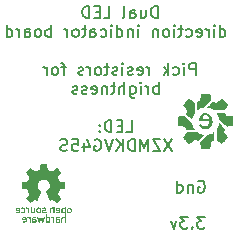
<source format=gbo>
%TF.GenerationSoftware,KiCad,Pcbnew,(6.0.0)*%
%TF.CreationDate,2022-03-13T20:48:30-04:00*%
%TF.ProjectId,dual LED board,6475616c-204c-4454-9420-626f6172642e,rev?*%
%TF.SameCoordinates,Original*%
%TF.FileFunction,Legend,Bot*%
%TF.FilePolarity,Positive*%
%FSLAX46Y46*%
G04 Gerber Fmt 4.6, Leading zero omitted, Abs format (unit mm)*
G04 Created by KiCad (PCBNEW (6.0.0)) date 2022-03-13 20:48:30*
%MOMM*%
%LPD*%
G01*
G04 APERTURE LIST*
%ADD10C,0.150000*%
%ADD11R,1.700000X1.700000*%
%ADD12O,1.700000X1.700000*%
G04 APERTURE END LIST*
D10*
X173616857Y-72652000D02*
X173712095Y-72604380D01*
X173854952Y-72604380D01*
X173997809Y-72652000D01*
X174093047Y-72747238D01*
X174140666Y-72842476D01*
X174188285Y-73032952D01*
X174188285Y-73175809D01*
X174140666Y-73366285D01*
X174093047Y-73461523D01*
X173997809Y-73556761D01*
X173854952Y-73604380D01*
X173759714Y-73604380D01*
X173616857Y-73556761D01*
X173569238Y-73509142D01*
X173569238Y-73175809D01*
X173759714Y-73175809D01*
X173140666Y-72937714D02*
X173140666Y-73604380D01*
X173140666Y-73032952D02*
X173093047Y-72985333D01*
X172997809Y-72937714D01*
X172854952Y-72937714D01*
X172759714Y-72985333D01*
X172712095Y-73080571D01*
X172712095Y-73604380D01*
X171807333Y-73604380D02*
X171807333Y-72604380D01*
X171807333Y-73556761D02*
X171902571Y-73604380D01*
X172093047Y-73604380D01*
X172188285Y-73556761D01*
X172235904Y-73509142D01*
X172283523Y-73413904D01*
X172283523Y-73128190D01*
X172235904Y-73032952D01*
X172188285Y-72985333D01*
X172093047Y-72937714D01*
X171902571Y-72937714D01*
X171807333Y-72985333D01*
X174148571Y-75652380D02*
X173529523Y-75652380D01*
X173862857Y-76033333D01*
X173720000Y-76033333D01*
X173624761Y-76080952D01*
X173577142Y-76128571D01*
X173529523Y-76223809D01*
X173529523Y-76461904D01*
X173577142Y-76557142D01*
X173624761Y-76604761D01*
X173720000Y-76652380D01*
X174005714Y-76652380D01*
X174100952Y-76604761D01*
X174148571Y-76557142D01*
X173100952Y-76557142D02*
X173053333Y-76604761D01*
X173100952Y-76652380D01*
X173148571Y-76604761D01*
X173100952Y-76557142D01*
X173100952Y-76652380D01*
X172720000Y-75652380D02*
X172100952Y-75652380D01*
X172434285Y-76033333D01*
X172291428Y-76033333D01*
X172196190Y-76080952D01*
X172148571Y-76128571D01*
X172100952Y-76223809D01*
X172100952Y-76461904D01*
X172148571Y-76557142D01*
X172196190Y-76604761D01*
X172291428Y-76652380D01*
X172577142Y-76652380D01*
X172672380Y-76604761D01*
X172720000Y-76557142D01*
X171767619Y-75985714D02*
X171529523Y-76652380D01*
X171291428Y-75985714D01*
X170171619Y-58825380D02*
X170171619Y-57825380D01*
X169933523Y-57825380D01*
X169790666Y-57873000D01*
X169695428Y-57968238D01*
X169647809Y-58063476D01*
X169600190Y-58253952D01*
X169600190Y-58396809D01*
X169647809Y-58587285D01*
X169695428Y-58682523D01*
X169790666Y-58777761D01*
X169933523Y-58825380D01*
X170171619Y-58825380D01*
X168743047Y-58158714D02*
X168743047Y-58825380D01*
X169171619Y-58158714D02*
X169171619Y-58682523D01*
X169124000Y-58777761D01*
X169028761Y-58825380D01*
X168885904Y-58825380D01*
X168790666Y-58777761D01*
X168743047Y-58730142D01*
X167838285Y-58825380D02*
X167838285Y-58301571D01*
X167885904Y-58206333D01*
X167981142Y-58158714D01*
X168171619Y-58158714D01*
X168266857Y-58206333D01*
X167838285Y-58777761D02*
X167933523Y-58825380D01*
X168171619Y-58825380D01*
X168266857Y-58777761D01*
X168314476Y-58682523D01*
X168314476Y-58587285D01*
X168266857Y-58492047D01*
X168171619Y-58444428D01*
X167933523Y-58444428D01*
X167838285Y-58396809D01*
X167219238Y-58825380D02*
X167314476Y-58777761D01*
X167362095Y-58682523D01*
X167362095Y-57825380D01*
X165600190Y-58825380D02*
X166076380Y-58825380D01*
X166076380Y-57825380D01*
X165266857Y-58301571D02*
X164933523Y-58301571D01*
X164790666Y-58825380D02*
X165266857Y-58825380D01*
X165266857Y-57825380D01*
X164790666Y-57825380D01*
X164362095Y-58825380D02*
X164362095Y-57825380D01*
X164124000Y-57825380D01*
X163981142Y-57873000D01*
X163885904Y-57968238D01*
X163838285Y-58063476D01*
X163790666Y-58253952D01*
X163790666Y-58396809D01*
X163838285Y-58587285D01*
X163885904Y-58682523D01*
X163981142Y-58777761D01*
X164124000Y-58825380D01*
X164362095Y-58825380D01*
X175433523Y-60435380D02*
X175433523Y-59435380D01*
X175433523Y-60387761D02*
X175528761Y-60435380D01*
X175719238Y-60435380D01*
X175814476Y-60387761D01*
X175862095Y-60340142D01*
X175909714Y-60244904D01*
X175909714Y-59959190D01*
X175862095Y-59863952D01*
X175814476Y-59816333D01*
X175719238Y-59768714D01*
X175528761Y-59768714D01*
X175433523Y-59816333D01*
X174957333Y-60435380D02*
X174957333Y-59768714D01*
X174957333Y-59435380D02*
X175004952Y-59483000D01*
X174957333Y-59530619D01*
X174909714Y-59483000D01*
X174957333Y-59435380D01*
X174957333Y-59530619D01*
X174481142Y-60435380D02*
X174481142Y-59768714D01*
X174481142Y-59959190D02*
X174433523Y-59863952D01*
X174385904Y-59816333D01*
X174290666Y-59768714D01*
X174195428Y-59768714D01*
X173481142Y-60387761D02*
X173576380Y-60435380D01*
X173766857Y-60435380D01*
X173862095Y-60387761D01*
X173909714Y-60292523D01*
X173909714Y-59911571D01*
X173862095Y-59816333D01*
X173766857Y-59768714D01*
X173576380Y-59768714D01*
X173481142Y-59816333D01*
X173433523Y-59911571D01*
X173433523Y-60006809D01*
X173909714Y-60102047D01*
X172576380Y-60387761D02*
X172671619Y-60435380D01*
X172862095Y-60435380D01*
X172957333Y-60387761D01*
X173004952Y-60340142D01*
X173052571Y-60244904D01*
X173052571Y-59959190D01*
X173004952Y-59863952D01*
X172957333Y-59816333D01*
X172862095Y-59768714D01*
X172671619Y-59768714D01*
X172576380Y-59816333D01*
X172290666Y-59768714D02*
X171909714Y-59768714D01*
X172147809Y-59435380D02*
X172147809Y-60292523D01*
X172100190Y-60387761D01*
X172004952Y-60435380D01*
X171909714Y-60435380D01*
X171576380Y-60435380D02*
X171576380Y-59768714D01*
X171576380Y-59435380D02*
X171624000Y-59483000D01*
X171576380Y-59530619D01*
X171528761Y-59483000D01*
X171576380Y-59435380D01*
X171576380Y-59530619D01*
X170957333Y-60435380D02*
X171052571Y-60387761D01*
X171100190Y-60340142D01*
X171147809Y-60244904D01*
X171147809Y-59959190D01*
X171100190Y-59863952D01*
X171052571Y-59816333D01*
X170957333Y-59768714D01*
X170814476Y-59768714D01*
X170719238Y-59816333D01*
X170671619Y-59863952D01*
X170624000Y-59959190D01*
X170624000Y-60244904D01*
X170671619Y-60340142D01*
X170719238Y-60387761D01*
X170814476Y-60435380D01*
X170957333Y-60435380D01*
X170195428Y-59768714D02*
X170195428Y-60435380D01*
X170195428Y-59863952D02*
X170147809Y-59816333D01*
X170052571Y-59768714D01*
X169909714Y-59768714D01*
X169814476Y-59816333D01*
X169766857Y-59911571D01*
X169766857Y-60435380D01*
X168528761Y-60435380D02*
X168528761Y-59768714D01*
X168528761Y-59435380D02*
X168576380Y-59483000D01*
X168528761Y-59530619D01*
X168481142Y-59483000D01*
X168528761Y-59435380D01*
X168528761Y-59530619D01*
X168052571Y-59768714D02*
X168052571Y-60435380D01*
X168052571Y-59863952D02*
X168004952Y-59816333D01*
X167909714Y-59768714D01*
X167766857Y-59768714D01*
X167671619Y-59816333D01*
X167624000Y-59911571D01*
X167624000Y-60435380D01*
X166719238Y-60435380D02*
X166719238Y-59435380D01*
X166719238Y-60387761D02*
X166814476Y-60435380D01*
X167004952Y-60435380D01*
X167100190Y-60387761D01*
X167147809Y-60340142D01*
X167195428Y-60244904D01*
X167195428Y-59959190D01*
X167147809Y-59863952D01*
X167100190Y-59816333D01*
X167004952Y-59768714D01*
X166814476Y-59768714D01*
X166719238Y-59816333D01*
X166243047Y-60435380D02*
X166243047Y-59768714D01*
X166243047Y-59435380D02*
X166290666Y-59483000D01*
X166243047Y-59530619D01*
X166195428Y-59483000D01*
X166243047Y-59435380D01*
X166243047Y-59530619D01*
X165338285Y-60387761D02*
X165433523Y-60435380D01*
X165624000Y-60435380D01*
X165719238Y-60387761D01*
X165766857Y-60340142D01*
X165814476Y-60244904D01*
X165814476Y-59959190D01*
X165766857Y-59863952D01*
X165719238Y-59816333D01*
X165624000Y-59768714D01*
X165433523Y-59768714D01*
X165338285Y-59816333D01*
X164481142Y-60435380D02*
X164481142Y-59911571D01*
X164528761Y-59816333D01*
X164624000Y-59768714D01*
X164814476Y-59768714D01*
X164909714Y-59816333D01*
X164481142Y-60387761D02*
X164576380Y-60435380D01*
X164814476Y-60435380D01*
X164909714Y-60387761D01*
X164957333Y-60292523D01*
X164957333Y-60197285D01*
X164909714Y-60102047D01*
X164814476Y-60054428D01*
X164576380Y-60054428D01*
X164481142Y-60006809D01*
X164147809Y-59768714D02*
X163766857Y-59768714D01*
X164004952Y-59435380D02*
X164004952Y-60292523D01*
X163957333Y-60387761D01*
X163862095Y-60435380D01*
X163766857Y-60435380D01*
X163290666Y-60435380D02*
X163385904Y-60387761D01*
X163433523Y-60340142D01*
X163481142Y-60244904D01*
X163481142Y-59959190D01*
X163433523Y-59863952D01*
X163385904Y-59816333D01*
X163290666Y-59768714D01*
X163147809Y-59768714D01*
X163052571Y-59816333D01*
X163004952Y-59863952D01*
X162957333Y-59959190D01*
X162957333Y-60244904D01*
X163004952Y-60340142D01*
X163052571Y-60387761D01*
X163147809Y-60435380D01*
X163290666Y-60435380D01*
X162528761Y-60435380D02*
X162528761Y-59768714D01*
X162528761Y-59959190D02*
X162481142Y-59863952D01*
X162433523Y-59816333D01*
X162338285Y-59768714D01*
X162243047Y-59768714D01*
X161147809Y-60435380D02*
X161147809Y-59435380D01*
X161147809Y-59816333D02*
X161052571Y-59768714D01*
X160862095Y-59768714D01*
X160766857Y-59816333D01*
X160719238Y-59863952D01*
X160671619Y-59959190D01*
X160671619Y-60244904D01*
X160719238Y-60340142D01*
X160766857Y-60387761D01*
X160862095Y-60435380D01*
X161052571Y-60435380D01*
X161147809Y-60387761D01*
X160100190Y-60435380D02*
X160195428Y-60387761D01*
X160243047Y-60340142D01*
X160290666Y-60244904D01*
X160290666Y-59959190D01*
X160243047Y-59863952D01*
X160195428Y-59816333D01*
X160100190Y-59768714D01*
X159957333Y-59768714D01*
X159862095Y-59816333D01*
X159814476Y-59863952D01*
X159766857Y-59959190D01*
X159766857Y-60244904D01*
X159814476Y-60340142D01*
X159862095Y-60387761D01*
X159957333Y-60435380D01*
X160100190Y-60435380D01*
X158909714Y-60435380D02*
X158909714Y-59911571D01*
X158957333Y-59816333D01*
X159052571Y-59768714D01*
X159243047Y-59768714D01*
X159338285Y-59816333D01*
X158909714Y-60387761D02*
X159004952Y-60435380D01*
X159243047Y-60435380D01*
X159338285Y-60387761D01*
X159385904Y-60292523D01*
X159385904Y-60197285D01*
X159338285Y-60102047D01*
X159243047Y-60054428D01*
X159004952Y-60054428D01*
X158909714Y-60006809D01*
X158433523Y-60435380D02*
X158433523Y-59768714D01*
X158433523Y-59959190D02*
X158385904Y-59863952D01*
X158338285Y-59816333D01*
X158243047Y-59768714D01*
X158147809Y-59768714D01*
X157385904Y-60435380D02*
X157385904Y-59435380D01*
X157385904Y-60387761D02*
X157481142Y-60435380D01*
X157671619Y-60435380D01*
X157766857Y-60387761D01*
X157814476Y-60340142D01*
X157862095Y-60244904D01*
X157862095Y-59959190D01*
X157814476Y-59863952D01*
X157766857Y-59816333D01*
X157671619Y-59768714D01*
X157481142Y-59768714D01*
X157385904Y-59816333D01*
X173385904Y-63655380D02*
X173385904Y-62655380D01*
X173004952Y-62655380D01*
X172909714Y-62703000D01*
X172862095Y-62750619D01*
X172814476Y-62845857D01*
X172814476Y-62988714D01*
X172862095Y-63083952D01*
X172909714Y-63131571D01*
X173004952Y-63179190D01*
X173385904Y-63179190D01*
X172385904Y-63655380D02*
X172385904Y-62988714D01*
X172385904Y-62655380D02*
X172433523Y-62703000D01*
X172385904Y-62750619D01*
X172338285Y-62703000D01*
X172385904Y-62655380D01*
X172385904Y-62750619D01*
X171481142Y-63607761D02*
X171576380Y-63655380D01*
X171766857Y-63655380D01*
X171862095Y-63607761D01*
X171909714Y-63560142D01*
X171957333Y-63464904D01*
X171957333Y-63179190D01*
X171909714Y-63083952D01*
X171862095Y-63036333D01*
X171766857Y-62988714D01*
X171576380Y-62988714D01*
X171481142Y-63036333D01*
X171052571Y-63655380D02*
X171052571Y-62655380D01*
X170957333Y-63274428D02*
X170671619Y-63655380D01*
X170671619Y-62988714D02*
X171052571Y-63369666D01*
X169481142Y-63655380D02*
X169481142Y-62988714D01*
X169481142Y-63179190D02*
X169433523Y-63083952D01*
X169385904Y-63036333D01*
X169290666Y-62988714D01*
X169195428Y-62988714D01*
X168481142Y-63607761D02*
X168576380Y-63655380D01*
X168766857Y-63655380D01*
X168862095Y-63607761D01*
X168909714Y-63512523D01*
X168909714Y-63131571D01*
X168862095Y-63036333D01*
X168766857Y-62988714D01*
X168576380Y-62988714D01*
X168481142Y-63036333D01*
X168433523Y-63131571D01*
X168433523Y-63226809D01*
X168909714Y-63322047D01*
X168052571Y-63607761D02*
X167957333Y-63655380D01*
X167766857Y-63655380D01*
X167671619Y-63607761D01*
X167624000Y-63512523D01*
X167624000Y-63464904D01*
X167671619Y-63369666D01*
X167766857Y-63322047D01*
X167909714Y-63322047D01*
X168004952Y-63274428D01*
X168052571Y-63179190D01*
X168052571Y-63131571D01*
X168004952Y-63036333D01*
X167909714Y-62988714D01*
X167766857Y-62988714D01*
X167671619Y-63036333D01*
X167195428Y-63655380D02*
X167195428Y-62988714D01*
X167195428Y-62655380D02*
X167243047Y-62703000D01*
X167195428Y-62750619D01*
X167147809Y-62703000D01*
X167195428Y-62655380D01*
X167195428Y-62750619D01*
X166766857Y-63607761D02*
X166671619Y-63655380D01*
X166481142Y-63655380D01*
X166385904Y-63607761D01*
X166338285Y-63512523D01*
X166338285Y-63464904D01*
X166385904Y-63369666D01*
X166481142Y-63322047D01*
X166624000Y-63322047D01*
X166719238Y-63274428D01*
X166766857Y-63179190D01*
X166766857Y-63131571D01*
X166719238Y-63036333D01*
X166624000Y-62988714D01*
X166481142Y-62988714D01*
X166385904Y-63036333D01*
X166052571Y-62988714D02*
X165671619Y-62988714D01*
X165909714Y-62655380D02*
X165909714Y-63512523D01*
X165862095Y-63607761D01*
X165766857Y-63655380D01*
X165671619Y-63655380D01*
X165195428Y-63655380D02*
X165290666Y-63607761D01*
X165338285Y-63560142D01*
X165385904Y-63464904D01*
X165385904Y-63179190D01*
X165338285Y-63083952D01*
X165290666Y-63036333D01*
X165195428Y-62988714D01*
X165052571Y-62988714D01*
X164957333Y-63036333D01*
X164909714Y-63083952D01*
X164862095Y-63179190D01*
X164862095Y-63464904D01*
X164909714Y-63560142D01*
X164957333Y-63607761D01*
X165052571Y-63655380D01*
X165195428Y-63655380D01*
X164433523Y-63655380D02*
X164433523Y-62988714D01*
X164433523Y-63179190D02*
X164385904Y-63083952D01*
X164338285Y-63036333D01*
X164243047Y-62988714D01*
X164147809Y-62988714D01*
X163862095Y-63607761D02*
X163766857Y-63655380D01*
X163576380Y-63655380D01*
X163481142Y-63607761D01*
X163433523Y-63512523D01*
X163433523Y-63464904D01*
X163481142Y-63369666D01*
X163576380Y-63322047D01*
X163719238Y-63322047D01*
X163814476Y-63274428D01*
X163862095Y-63179190D01*
X163862095Y-63131571D01*
X163814476Y-63036333D01*
X163719238Y-62988714D01*
X163576380Y-62988714D01*
X163481142Y-63036333D01*
X162385904Y-62988714D02*
X162004952Y-62988714D01*
X162243047Y-63655380D02*
X162243047Y-62798238D01*
X162195428Y-62703000D01*
X162100190Y-62655380D01*
X162004952Y-62655380D01*
X161528761Y-63655380D02*
X161624000Y-63607761D01*
X161671619Y-63560142D01*
X161719238Y-63464904D01*
X161719238Y-63179190D01*
X161671619Y-63083952D01*
X161624000Y-63036333D01*
X161528761Y-62988714D01*
X161385904Y-62988714D01*
X161290666Y-63036333D01*
X161243047Y-63083952D01*
X161195428Y-63179190D01*
X161195428Y-63464904D01*
X161243047Y-63560142D01*
X161290666Y-63607761D01*
X161385904Y-63655380D01*
X161528761Y-63655380D01*
X160766857Y-63655380D02*
X160766857Y-62988714D01*
X160766857Y-63179190D02*
X160719238Y-63083952D01*
X160671619Y-63036333D01*
X160576380Y-62988714D01*
X160481142Y-62988714D01*
X170266857Y-65265380D02*
X170266857Y-64265380D01*
X170266857Y-64646333D02*
X170171619Y-64598714D01*
X169981142Y-64598714D01*
X169885904Y-64646333D01*
X169838285Y-64693952D01*
X169790666Y-64789190D01*
X169790666Y-65074904D01*
X169838285Y-65170142D01*
X169885904Y-65217761D01*
X169981142Y-65265380D01*
X170171619Y-65265380D01*
X170266857Y-65217761D01*
X169362095Y-65265380D02*
X169362095Y-64598714D01*
X169362095Y-64789190D02*
X169314476Y-64693952D01*
X169266857Y-64646333D01*
X169171619Y-64598714D01*
X169076380Y-64598714D01*
X168743047Y-65265380D02*
X168743047Y-64598714D01*
X168743047Y-64265380D02*
X168790666Y-64313000D01*
X168743047Y-64360619D01*
X168695428Y-64313000D01*
X168743047Y-64265380D01*
X168743047Y-64360619D01*
X167838285Y-64598714D02*
X167838285Y-65408238D01*
X167885904Y-65503476D01*
X167933523Y-65551095D01*
X168028761Y-65598714D01*
X168171619Y-65598714D01*
X168266857Y-65551095D01*
X167838285Y-65217761D02*
X167933523Y-65265380D01*
X168124000Y-65265380D01*
X168219238Y-65217761D01*
X168266857Y-65170142D01*
X168314476Y-65074904D01*
X168314476Y-64789190D01*
X168266857Y-64693952D01*
X168219238Y-64646333D01*
X168124000Y-64598714D01*
X167933523Y-64598714D01*
X167838285Y-64646333D01*
X167362095Y-65265380D02*
X167362095Y-64265380D01*
X166933523Y-65265380D02*
X166933523Y-64741571D01*
X166981142Y-64646333D01*
X167076380Y-64598714D01*
X167219238Y-64598714D01*
X167314476Y-64646333D01*
X167362095Y-64693952D01*
X166600190Y-64598714D02*
X166219238Y-64598714D01*
X166457333Y-64265380D02*
X166457333Y-65122523D01*
X166409714Y-65217761D01*
X166314476Y-65265380D01*
X166219238Y-65265380D01*
X165885904Y-64598714D02*
X165885904Y-65265380D01*
X165885904Y-64693952D02*
X165838285Y-64646333D01*
X165743047Y-64598714D01*
X165600190Y-64598714D01*
X165504952Y-64646333D01*
X165457333Y-64741571D01*
X165457333Y-65265380D01*
X164600190Y-65217761D02*
X164695428Y-65265380D01*
X164885904Y-65265380D01*
X164981142Y-65217761D01*
X165028761Y-65122523D01*
X165028761Y-64741571D01*
X164981142Y-64646333D01*
X164885904Y-64598714D01*
X164695428Y-64598714D01*
X164600190Y-64646333D01*
X164552571Y-64741571D01*
X164552571Y-64836809D01*
X165028761Y-64932047D01*
X164171619Y-65217761D02*
X164076380Y-65265380D01*
X163885904Y-65265380D01*
X163790666Y-65217761D01*
X163743047Y-65122523D01*
X163743047Y-65074904D01*
X163790666Y-64979666D01*
X163885904Y-64932047D01*
X164028761Y-64932047D01*
X164124000Y-64884428D01*
X164171619Y-64789190D01*
X164171619Y-64741571D01*
X164124000Y-64646333D01*
X164028761Y-64598714D01*
X163885904Y-64598714D01*
X163790666Y-64646333D01*
X163362095Y-65217761D02*
X163266857Y-65265380D01*
X163076380Y-65265380D01*
X162981142Y-65217761D01*
X162933523Y-65122523D01*
X162933523Y-65074904D01*
X162981142Y-64979666D01*
X163076380Y-64932047D01*
X163219238Y-64932047D01*
X163314476Y-64884428D01*
X163362095Y-64789190D01*
X163362095Y-64741571D01*
X163314476Y-64646333D01*
X163219238Y-64598714D01*
X163076380Y-64598714D01*
X162981142Y-64646333D01*
X167504952Y-68485380D02*
X167981142Y-68485380D01*
X167981142Y-67485380D01*
X167171619Y-67961571D02*
X166838285Y-67961571D01*
X166695428Y-68485380D02*
X167171619Y-68485380D01*
X167171619Y-67485380D01*
X166695428Y-67485380D01*
X166266857Y-68485380D02*
X166266857Y-67485380D01*
X166028761Y-67485380D01*
X165885904Y-67533000D01*
X165790666Y-67628238D01*
X165743047Y-67723476D01*
X165695428Y-67913952D01*
X165695428Y-68056809D01*
X165743047Y-68247285D01*
X165790666Y-68342523D01*
X165885904Y-68437761D01*
X166028761Y-68485380D01*
X166266857Y-68485380D01*
X165266857Y-68390142D02*
X165219238Y-68437761D01*
X165266857Y-68485380D01*
X165314476Y-68437761D01*
X165266857Y-68390142D01*
X165266857Y-68485380D01*
X165266857Y-67866333D02*
X165219238Y-67913952D01*
X165266857Y-67961571D01*
X165314476Y-67913952D01*
X165266857Y-67866333D01*
X165266857Y-67961571D01*
X171362095Y-69095380D02*
X170695428Y-70095380D01*
X170695428Y-69095380D02*
X171362095Y-70095380D01*
X170409714Y-69095380D02*
X169743047Y-69095380D01*
X170409714Y-70095380D01*
X169743047Y-70095380D01*
X169362095Y-70095380D02*
X169362095Y-69095380D01*
X169028761Y-69809666D01*
X168695428Y-69095380D01*
X168695428Y-70095380D01*
X168219238Y-70095380D02*
X168219238Y-69095380D01*
X167981142Y-69095380D01*
X167838285Y-69143000D01*
X167743047Y-69238238D01*
X167695428Y-69333476D01*
X167647809Y-69523952D01*
X167647809Y-69666809D01*
X167695428Y-69857285D01*
X167743047Y-69952523D01*
X167838285Y-70047761D01*
X167981142Y-70095380D01*
X168219238Y-70095380D01*
X167219238Y-70095380D02*
X167219238Y-69095380D01*
X166647809Y-70095380D02*
X167076380Y-69523952D01*
X166647809Y-69095380D02*
X167219238Y-69666809D01*
X166362095Y-69095380D02*
X166028761Y-70095380D01*
X165695428Y-69095380D01*
X164838285Y-69143000D02*
X164933523Y-69095380D01*
X165076380Y-69095380D01*
X165219238Y-69143000D01*
X165314476Y-69238238D01*
X165362095Y-69333476D01*
X165409714Y-69523952D01*
X165409714Y-69666809D01*
X165362095Y-69857285D01*
X165314476Y-69952523D01*
X165219238Y-70047761D01*
X165076380Y-70095380D01*
X164981142Y-70095380D01*
X164838285Y-70047761D01*
X164790666Y-70000142D01*
X164790666Y-69666809D01*
X164981142Y-69666809D01*
X163933523Y-69428714D02*
X163933523Y-70095380D01*
X164171619Y-69047761D02*
X164409714Y-69762047D01*
X163790666Y-69762047D01*
X162933523Y-69095380D02*
X163409714Y-69095380D01*
X163457333Y-69571571D01*
X163409714Y-69523952D01*
X163314476Y-69476333D01*
X163076380Y-69476333D01*
X162981142Y-69523952D01*
X162933523Y-69571571D01*
X162885904Y-69666809D01*
X162885904Y-69904904D01*
X162933523Y-70000142D01*
X162981142Y-70047761D01*
X163076380Y-70095380D01*
X163314476Y-70095380D01*
X163409714Y-70047761D01*
X163457333Y-70000142D01*
X162504952Y-70047761D02*
X162362095Y-70095380D01*
X162124000Y-70095380D01*
X162028761Y-70047761D01*
X161981142Y-70000142D01*
X161933523Y-69904904D01*
X161933523Y-69809666D01*
X161981142Y-69714428D01*
X162028761Y-69666809D01*
X162124000Y-69619190D01*
X162314476Y-69571571D01*
X162409714Y-69523952D01*
X162457333Y-69476333D01*
X162504952Y-69381095D01*
X162504952Y-69285857D01*
X162457333Y-69190619D01*
X162409714Y-69143000D01*
X162314476Y-69095380D01*
X162076380Y-69095380D01*
X161933523Y-69143000D01*
%TO.C,G\u002A\u002A\u002A*%
G36*
X162901389Y-75180644D02*
G01*
X162894887Y-75224692D01*
X162883432Y-75261065D01*
X162866383Y-75291840D01*
X162843101Y-75319091D01*
X162827543Y-75333032D01*
X162786530Y-75358863D01*
X162741542Y-75373036D01*
X162706314Y-75375788D01*
X162665745Y-75373121D01*
X162628517Y-75365277D01*
X162602930Y-75354783D01*
X162565903Y-75329732D01*
X162534822Y-75296289D01*
X162512305Y-75256896D01*
X162507959Y-75243802D01*
X162501969Y-75212798D01*
X162498166Y-75174595D01*
X162496555Y-75132443D01*
X162496688Y-75122622D01*
X162597396Y-75122622D01*
X162598009Y-75151827D01*
X162601610Y-75191015D01*
X162608818Y-75220494D01*
X162620071Y-75241791D01*
X162635807Y-75256431D01*
X162635842Y-75256454D01*
X162665699Y-75269496D01*
X162698910Y-75273697D01*
X162731383Y-75269083D01*
X162759031Y-75255678D01*
X162768491Y-75248094D01*
X162781977Y-75233574D01*
X162791170Y-75216180D01*
X162796813Y-75193524D01*
X162799653Y-75163214D01*
X162800434Y-75122860D01*
X162800432Y-75119198D01*
X162800118Y-75086228D01*
X162799024Y-75062807D01*
X162796802Y-75046236D01*
X162793107Y-75033818D01*
X162787593Y-75022856D01*
X162772118Y-75002609D01*
X162746291Y-74983528D01*
X162716772Y-74973446D01*
X162686039Y-74972361D01*
X162656569Y-74980271D01*
X162630838Y-74997171D01*
X162611325Y-75023059D01*
X162605672Y-75035271D01*
X162601343Y-75049273D01*
X162598811Y-75066421D01*
X162597641Y-75089832D01*
X162597396Y-75122622D01*
X162496688Y-75122622D01*
X162497137Y-75089595D01*
X162499916Y-75049300D01*
X162504894Y-75014811D01*
X162512074Y-74989377D01*
X162521503Y-74969878D01*
X162548757Y-74932228D01*
X162583129Y-74902967D01*
X162622824Y-74882456D01*
X162666045Y-74871056D01*
X162710997Y-74869129D01*
X162755884Y-74877034D01*
X162798911Y-74895134D01*
X162838281Y-74923789D01*
X162847752Y-74932975D01*
X162869751Y-74959849D01*
X162885622Y-74990103D01*
X162896076Y-75025908D01*
X162901826Y-75069437D01*
X162903584Y-75122860D01*
X162903576Y-75126846D01*
X162901389Y-75180644D01*
G37*
G36*
X161234188Y-75655965D02*
G01*
X161274323Y-75667909D01*
X161309490Y-75690115D01*
X161334448Y-75711479D01*
X161334448Y-75660492D01*
X161434473Y-75660492D01*
X161434473Y-76154364D01*
X161334448Y-76154364D01*
X161334448Y-75993148D01*
X161334443Y-75971833D01*
X161334343Y-75927135D01*
X161334020Y-75892579D01*
X161333349Y-75866483D01*
X161332203Y-75847165D01*
X161330459Y-75832943D01*
X161327991Y-75822136D01*
X161324674Y-75813062D01*
X161320382Y-75804039D01*
X161306404Y-75783807D01*
X161281789Y-75764808D01*
X161252661Y-75755030D01*
X161221927Y-75755323D01*
X161192490Y-75766539D01*
X161172436Y-75778766D01*
X161137789Y-75737025D01*
X161131301Y-75729116D01*
X161116896Y-75710800D01*
X161106890Y-75696956D01*
X161103141Y-75690103D01*
X161106363Y-75686371D01*
X161118279Y-75678697D01*
X161135962Y-75669643D01*
X161149396Y-75664084D01*
X161191680Y-75654588D01*
X161234188Y-75655965D01*
G37*
G36*
X158553054Y-75115519D02*
G01*
X158552451Y-75153025D01*
X158549988Y-75187379D01*
X158545700Y-75213969D01*
X158533097Y-75252741D01*
X158508702Y-75296724D01*
X158475952Y-75331624D01*
X158435212Y-75357074D01*
X158386848Y-75372708D01*
X158383870Y-75373295D01*
X158329895Y-75377426D01*
X158276548Y-75369787D01*
X158226082Y-75350941D01*
X158180750Y-75321447D01*
X158174269Y-75315882D01*
X158163090Y-75304868D01*
X158158667Y-75298207D01*
X158158698Y-75297966D01*
X158163789Y-75291179D01*
X158175907Y-75279098D01*
X158192612Y-75264170D01*
X158226557Y-75235169D01*
X158249184Y-75250524D01*
X158252735Y-75252850D01*
X158273897Y-75264624D01*
X158294045Y-75273217D01*
X158303905Y-75275786D01*
X158331319Y-75278513D01*
X158360851Y-75276956D01*
X158387746Y-75271555D01*
X158407250Y-75262748D01*
X158422816Y-75246790D01*
X158437510Y-75223823D01*
X158448297Y-75199144D01*
X158452489Y-75177799D01*
X158452489Y-75160369D01*
X158144814Y-75160369D01*
X158147378Y-75090039D01*
X158148152Y-75079099D01*
X158244797Y-75079099D01*
X158452489Y-75079099D01*
X158452489Y-75061328D01*
X158449450Y-75042786D01*
X158438235Y-75017124D01*
X158421563Y-74993933D01*
X158402419Y-74978170D01*
X158401520Y-74977698D01*
X158377303Y-74969620D01*
X158348798Y-74966571D01*
X158341949Y-74966768D01*
X158308333Y-74974359D01*
X158280972Y-74992311D01*
X158260886Y-75019713D01*
X158249091Y-75055656D01*
X158244797Y-75079099D01*
X158148152Y-75079099D01*
X158150583Y-75044718D01*
X158157361Y-75007731D01*
X158168730Y-74977451D01*
X158185751Y-74951071D01*
X158209484Y-74925789D01*
X158247084Y-74897394D01*
X158291904Y-74877477D01*
X158339608Y-74869200D01*
X158388733Y-74872995D01*
X158431329Y-74886291D01*
X158471831Y-74910633D01*
X158504761Y-74944780D01*
X158529894Y-74988495D01*
X158547006Y-75041537D01*
X158548540Y-75049494D01*
X158551722Y-75079099D01*
X158551762Y-75079472D01*
X158553054Y-75115519D01*
G37*
G36*
X159091331Y-75872044D02*
G01*
X159092412Y-75927588D01*
X159086479Y-75980463D01*
X159074012Y-76027828D01*
X159055494Y-76066842D01*
X159040636Y-76088242D01*
X159014727Y-76115475D01*
X158983432Y-76135912D01*
X158943235Y-76152229D01*
X158921192Y-76157181D01*
X158885098Y-76159604D01*
X158845906Y-76157480D01*
X158808380Y-76151135D01*
X158777284Y-76140895D01*
X158771193Y-76137955D01*
X158750075Y-76125974D01*
X158729587Y-76112124D01*
X158712302Y-76098394D01*
X158700791Y-76086774D01*
X158697626Y-76079256D01*
X158697699Y-76079097D01*
X158703529Y-76072625D01*
X158716223Y-76060762D01*
X158733172Y-76045952D01*
X158766920Y-76017278D01*
X158785163Y-76032629D01*
X158806700Y-76046108D01*
X158836946Y-76057553D01*
X158868689Y-76063929D01*
X158896433Y-76063702D01*
X158929551Y-76052814D01*
X158957754Y-76032784D01*
X158978044Y-76005845D01*
X158988277Y-75974091D01*
X158991768Y-75948063D01*
X158682223Y-75948063D01*
X158684949Y-75876836D01*
X158685147Y-75871763D01*
X158685719Y-75860541D01*
X158784133Y-75860541D01*
X158991768Y-75860541D01*
X158988277Y-75834513D01*
X158979081Y-75803679D01*
X158959720Y-75777012D01*
X158932121Y-75758467D01*
X158897917Y-75749577D01*
X158879192Y-75749240D01*
X158846592Y-75757018D01*
X158819900Y-75775292D01*
X158800057Y-75803287D01*
X158788005Y-75840224D01*
X158784133Y-75860541D01*
X158685719Y-75860541D01*
X158686720Y-75840901D01*
X158689051Y-75818369D01*
X158692895Y-75800495D01*
X158699006Y-75783609D01*
X158708140Y-75764040D01*
X158730066Y-75728225D01*
X158763135Y-75694336D01*
X158803076Y-75670766D01*
X158849448Y-75657762D01*
X158901808Y-75655572D01*
X158908076Y-75656027D01*
X158956579Y-75665742D01*
X158998299Y-75685773D01*
X159032883Y-75715736D01*
X159059977Y-75755243D01*
X159079229Y-75803909D01*
X159090129Y-75860541D01*
X159090285Y-75861349D01*
X159091331Y-75872044D01*
G37*
G36*
X161093114Y-75997442D02*
G01*
X161092103Y-76019143D01*
X161090385Y-76035095D01*
X161087777Y-76047291D01*
X161084093Y-76057724D01*
X161079149Y-76068388D01*
X161075195Y-76075791D01*
X161051698Y-76107005D01*
X161021343Y-76133135D01*
X160988205Y-76150505D01*
X160982798Y-76152243D01*
X160957846Y-76157683D01*
X160933022Y-76160122D01*
X160921513Y-76159651D01*
X160893922Y-76154859D01*
X160865695Y-76146148D01*
X160841205Y-76135019D01*
X160824829Y-76122975D01*
X160820352Y-76118290D01*
X160810225Y-76111470D01*
X160804726Y-76116086D01*
X160803068Y-76132483D01*
X160803068Y-76154364D01*
X160703043Y-76154364D01*
X160703043Y-75907428D01*
X160806195Y-75907428D01*
X160806196Y-75909233D01*
X160807024Y-75951573D01*
X160809879Y-75983550D01*
X160815463Y-76007164D01*
X160824481Y-76024413D01*
X160837637Y-76037296D01*
X160855635Y-76047811D01*
X160875996Y-76055832D01*
X160906773Y-76059449D01*
X160939549Y-76052097D01*
X160945719Y-76049566D01*
X160966569Y-76034740D01*
X160981700Y-76011685D01*
X160991397Y-75979552D01*
X160995944Y-75937486D01*
X160995628Y-75884638D01*
X160993138Y-75849000D01*
X160988555Y-75818902D01*
X160981972Y-75799312D01*
X160971224Y-75783578D01*
X160948335Y-75765411D01*
X160920788Y-75755724D01*
X160891338Y-75754486D01*
X160862741Y-75761665D01*
X160837751Y-75777231D01*
X160819125Y-75801152D01*
X160818206Y-75802958D01*
X160812997Y-75815206D01*
X160809524Y-75829052D01*
X160807453Y-75847222D01*
X160806454Y-75872439D01*
X160806195Y-75907428D01*
X160703043Y-75907428D01*
X160703043Y-75453665D01*
X160751492Y-75455491D01*
X160799942Y-75457317D01*
X160801637Y-75580785D01*
X160801732Y-75587201D01*
X160802580Y-75624317D01*
X160803807Y-75656464D01*
X160805305Y-75681758D01*
X160806967Y-75698315D01*
X160808686Y-75704253D01*
X160813460Y-75702273D01*
X160822620Y-75693881D01*
X160825474Y-75690796D01*
X160844595Y-75677342D01*
X160870867Y-75665674D01*
X160899917Y-75657443D01*
X160927373Y-75654302D01*
X160936717Y-75654433D01*
X160975895Y-75659481D01*
X161009270Y-75672925D01*
X161040812Y-75696230D01*
X161056726Y-75711443D01*
X161069296Y-75726465D01*
X161078678Y-75742877D01*
X161085329Y-75762528D01*
X161089705Y-75787270D01*
X161092265Y-75818955D01*
X161093466Y-75859432D01*
X161093764Y-75910554D01*
X161093756Y-75928820D01*
X161093722Y-75937486D01*
X161093604Y-75967999D01*
X161093114Y-75997442D01*
G37*
G36*
X160300346Y-75196582D02*
G01*
X160294019Y-75234055D01*
X160284937Y-75262669D01*
X160261952Y-75300762D01*
X160228511Y-75334331D01*
X160187831Y-75358832D01*
X160141744Y-75372858D01*
X160131955Y-75374265D01*
X160092030Y-75375441D01*
X160051786Y-75370546D01*
X160017142Y-75360182D01*
X159991385Y-75345797D01*
X159959608Y-75319539D01*
X159932630Y-75288013D01*
X159914189Y-75255035D01*
X159910326Y-75244799D01*
X159905857Y-75229735D01*
X159902882Y-75213039D01*
X159901102Y-75191993D01*
X159900216Y-75163881D01*
X159899924Y-75125986D01*
X159899927Y-75122860D01*
X159999745Y-75122860D01*
X159999952Y-75145778D01*
X160001744Y-75180510D01*
X160005992Y-75206462D01*
X160013436Y-75226017D01*
X160024813Y-75241558D01*
X160040864Y-75255466D01*
X160059824Y-75266316D01*
X160092867Y-75273735D01*
X160129407Y-75269881D01*
X160129645Y-75269820D01*
X160155325Y-75260895D01*
X160174516Y-75247919D01*
X160188038Y-75229248D01*
X160196710Y-75203237D01*
X160201352Y-75168243D01*
X160202783Y-75122622D01*
X160202607Y-75093170D01*
X160201570Y-75068809D01*
X160199222Y-75051081D01*
X160195129Y-75036870D01*
X160188854Y-75023059D01*
X160184791Y-75015788D01*
X160163656Y-74991670D01*
X160135357Y-74977473D01*
X160099229Y-74972823D01*
X160098513Y-74972825D01*
X160063830Y-74978568D01*
X160035112Y-74995289D01*
X160012586Y-75022856D01*
X160011985Y-75023891D01*
X160006655Y-75034874D01*
X160003112Y-75047566D01*
X160001011Y-75064662D01*
X160000004Y-75088861D01*
X159999745Y-75122860D01*
X159899927Y-75122860D01*
X159899939Y-75112509D01*
X159901012Y-75067476D01*
X159904176Y-75031867D01*
X159910068Y-75003289D01*
X159919324Y-74979350D01*
X159932579Y-74957655D01*
X159950471Y-74935813D01*
X159982808Y-74906796D01*
X160023034Y-74884438D01*
X160066285Y-74871922D01*
X160110743Y-74868968D01*
X160154586Y-74875294D01*
X160195998Y-74890621D01*
X160233157Y-74914667D01*
X160264246Y-74947152D01*
X160287445Y-74987796D01*
X160289595Y-74993404D01*
X160297498Y-75025000D01*
X160302494Y-75064460D01*
X160304614Y-75108440D01*
X160304386Y-75122622D01*
X160303888Y-75153596D01*
X160300346Y-75196582D01*
G37*
G36*
X159225677Y-75655800D02*
G01*
X159267860Y-75666756D01*
X159305837Y-75688210D01*
X159327705Y-75704889D01*
X159327705Y-75660492D01*
X159427729Y-75660492D01*
X159427729Y-76154364D01*
X159327705Y-76154364D01*
X159327695Y-75990261D01*
X159327662Y-75957446D01*
X159327441Y-75913757D01*
X159326930Y-75880000D01*
X159326036Y-75854591D01*
X159324665Y-75835944D01*
X159322723Y-75822474D01*
X159320118Y-75812595D01*
X159316755Y-75804722D01*
X159306847Y-75789290D01*
X159283113Y-75768292D01*
X159254121Y-75756753D01*
X159222599Y-75755525D01*
X159191272Y-75765462D01*
X159166794Y-75778221D01*
X159130699Y-75734346D01*
X159129920Y-75733397D01*
X159112951Y-75711992D01*
X159103510Y-75697879D01*
X159100623Y-75689283D01*
X159103315Y-75684426D01*
X159139343Y-75665579D01*
X159181950Y-75655391D01*
X159225677Y-75655800D01*
G37*
G36*
X159760908Y-74874113D02*
G01*
X159812199Y-74875924D01*
X159812167Y-75060344D01*
X159812165Y-75066771D01*
X159812114Y-75118487D01*
X159811920Y-75159436D01*
X159811477Y-75191183D01*
X159810682Y-75215292D01*
X159809431Y-75233328D01*
X159807617Y-75246855D01*
X159805138Y-75257436D01*
X159801889Y-75266638D01*
X159797765Y-75276022D01*
X159788605Y-75293573D01*
X159760353Y-75329845D01*
X159724198Y-75356638D01*
X159680917Y-75373307D01*
X159671313Y-75375289D01*
X159629678Y-75376291D01*
X159587252Y-75365917D01*
X159546301Y-75344650D01*
X159515251Y-75323754D01*
X159515251Y-75372921D01*
X159415226Y-75372921D01*
X159415226Y-74872798D01*
X159515251Y-74872798D01*
X159515251Y-75034014D01*
X159515256Y-75055468D01*
X159515356Y-75100131D01*
X159515679Y-75134655D01*
X159516351Y-75160721D01*
X159517496Y-75180008D01*
X159519241Y-75194197D01*
X159521709Y-75204969D01*
X159525026Y-75214003D01*
X159529317Y-75222980D01*
X159533968Y-75231387D01*
X159554686Y-75255627D01*
X159581805Y-75269554D01*
X159616485Y-75273845D01*
X159621369Y-75273738D01*
X159649247Y-75269097D01*
X159671879Y-75256186D01*
X159693033Y-75232994D01*
X159695169Y-75229993D01*
X159698555Y-75223882D01*
X159701186Y-75215918D01*
X159703181Y-75204580D01*
X159704658Y-75188346D01*
X159705737Y-75165694D01*
X159706537Y-75135104D01*
X159707174Y-75095054D01*
X159707770Y-75044023D01*
X159709616Y-74872302D01*
X159760908Y-74874113D01*
G37*
G36*
X162310434Y-76154364D02*
G01*
X162308498Y-75987135D01*
X162308145Y-75957512D01*
X162307519Y-75913597D01*
X162306783Y-75879697D01*
X162305805Y-75854222D01*
X162304451Y-75835577D01*
X162302587Y-75822172D01*
X162300080Y-75812412D01*
X162296797Y-75804706D01*
X162292603Y-75797461D01*
X162291992Y-75796494D01*
X162271149Y-75774799D01*
X162243512Y-75760771D01*
X162212521Y-75755062D01*
X162181620Y-75758325D01*
X162154249Y-75771214D01*
X162143982Y-75779294D01*
X162135244Y-75788344D01*
X162128528Y-75799322D01*
X162123571Y-75813738D01*
X162120107Y-75833103D01*
X162117873Y-75858927D01*
X162116603Y-75892721D01*
X162116034Y-75935995D01*
X162115900Y-75990261D01*
X162115891Y-76154364D01*
X162015354Y-76154364D01*
X162017173Y-75962129D01*
X162017271Y-75951827D01*
X162017871Y-75896085D01*
X162018686Y-75851100D01*
X162019998Y-75815373D01*
X162022088Y-75787404D01*
X162025240Y-75765694D01*
X162029735Y-75748744D01*
X162035855Y-75735054D01*
X162043884Y-75723126D01*
X162054103Y-75711460D01*
X162066794Y-75698557D01*
X162081956Y-75685508D01*
X162117671Y-75665927D01*
X162157792Y-75655566D01*
X162199391Y-75654657D01*
X162239538Y-75663430D01*
X162275305Y-75682116D01*
X162277334Y-75683586D01*
X162291775Y-75693746D01*
X162301874Y-75700376D01*
X162302701Y-75700602D01*
X162304820Y-75697698D01*
X162306492Y-75688631D01*
X162307761Y-75672346D01*
X162308671Y-75647785D01*
X162309266Y-75613893D01*
X162309590Y-75569612D01*
X162309688Y-75513886D01*
X162309688Y-75322781D01*
X162276868Y-75344443D01*
X162261662Y-75353433D01*
X162236440Y-75365327D01*
X162214229Y-75372693D01*
X162183194Y-75376451D01*
X162141136Y-75371887D01*
X162102242Y-75356972D01*
X162068504Y-75332870D01*
X162041914Y-75300746D01*
X162024464Y-75261763D01*
X162023652Y-75258742D01*
X162019495Y-75234146D01*
X162016559Y-75200661D01*
X162014844Y-75161333D01*
X162014429Y-75125986D01*
X162119016Y-75125986D01*
X162119498Y-75164380D01*
X162121482Y-75196556D01*
X162125532Y-75220193D01*
X162132210Y-75237347D01*
X162142076Y-75250073D01*
X162155691Y-75260429D01*
X162172756Y-75268480D01*
X162202223Y-75274127D01*
X162232651Y-75272293D01*
X162260119Y-75263372D01*
X162280704Y-75247764D01*
X162286699Y-75239379D01*
X162298967Y-75211046D01*
X162306757Y-75175414D01*
X162310088Y-75135623D01*
X162308979Y-75094815D01*
X162303449Y-75056130D01*
X162293516Y-75022709D01*
X162279200Y-74997694D01*
X162270345Y-74987959D01*
X162259478Y-74980372D01*
X162244875Y-74976336D01*
X162222153Y-74974032D01*
X162199858Y-74973596D01*
X162169395Y-74979064D01*
X162146702Y-74992914D01*
X162130286Y-75015828D01*
X162125575Y-75027489D01*
X162122331Y-75041916D01*
X162120323Y-75061514D01*
X162119301Y-75088724D01*
X162119016Y-75125986D01*
X162014429Y-75125986D01*
X162014349Y-75119209D01*
X162015072Y-75077334D01*
X162017014Y-75038754D01*
X162020173Y-75006517D01*
X162024548Y-74983668D01*
X162031244Y-74964939D01*
X162052648Y-74929125D01*
X162081730Y-74901222D01*
X162116672Y-74881821D01*
X162155654Y-74871514D01*
X162196855Y-74870892D01*
X162238457Y-74880547D01*
X162278638Y-74901070D01*
X162309688Y-74921965D01*
X162309688Y-74872798D01*
X162409713Y-74872798D01*
X162409713Y-76154364D01*
X162310434Y-76154364D01*
G37*
G36*
X160599034Y-74869672D02*
G01*
X160626052Y-74874969D01*
X160671806Y-74890908D01*
X160707404Y-74914083D01*
X160732811Y-74944461D01*
X160747994Y-74982007D01*
X160752918Y-75026686D01*
X160752589Y-75034215D01*
X160748491Y-75059819D01*
X160741240Y-75082225D01*
X160735293Y-75093849D01*
X160717563Y-75117793D01*
X160693917Y-75136253D01*
X160662764Y-75150022D01*
X160622509Y-75159892D01*
X160571561Y-75166656D01*
X160553634Y-75168527D01*
X160519289Y-75173525D01*
X160495082Y-75179940D01*
X160479351Y-75188542D01*
X160470435Y-75200105D01*
X160466673Y-75215399D01*
X160466821Y-75231094D01*
X160475321Y-75252300D01*
X160494313Y-75267297D01*
X160523985Y-75276206D01*
X160564522Y-75279148D01*
X160566223Y-75279144D01*
X160610636Y-75275304D01*
X160649468Y-75263264D01*
X160687541Y-75241552D01*
X160715662Y-75222204D01*
X160749908Y-75252239D01*
X160751980Y-75254063D01*
X160768281Y-75268995D01*
X160779828Y-75280578D01*
X160784234Y-75286437D01*
X160783980Y-75287685D01*
X160776841Y-75296242D01*
X160761832Y-75308355D01*
X160741578Y-75322200D01*
X160718705Y-75335956D01*
X160695836Y-75347800D01*
X160674866Y-75356572D01*
X160646345Y-75366252D01*
X160621773Y-75372356D01*
X160609179Y-75374276D01*
X160558867Y-75376589D01*
X160510437Y-75370800D01*
X160465848Y-75357634D01*
X160427057Y-75337812D01*
X160396021Y-75312060D01*
X160374698Y-75281098D01*
X160366237Y-75253604D01*
X160363599Y-75217819D01*
X160367934Y-75181406D01*
X160379076Y-75149383D01*
X160380275Y-75147092D01*
X160395337Y-75124241D01*
X160414404Y-75106351D01*
X160439162Y-75092699D01*
X160471295Y-75082565D01*
X160512489Y-75075225D01*
X160564428Y-75069958D01*
X160564530Y-75069950D01*
X160590059Y-75066876D01*
X160613007Y-75062231D01*
X160628415Y-75057017D01*
X160641646Y-75047077D01*
X160651031Y-75029409D01*
X160650530Y-75009678D01*
X160640407Y-74990755D01*
X160620926Y-74975511D01*
X160601901Y-74969058D01*
X160570701Y-74966109D01*
X160535712Y-74968912D01*
X160500846Y-74977083D01*
X160470016Y-74990241D01*
X160435313Y-75009826D01*
X160406638Y-74976261D01*
X160405762Y-74975233D01*
X160391730Y-74958032D01*
X160381776Y-74944483D01*
X160378006Y-74937442D01*
X160378502Y-74935712D01*
X160386643Y-74927151D01*
X160402678Y-74915807D01*
X160423883Y-74903462D01*
X160447536Y-74891902D01*
X160470332Y-74883958D01*
X160503363Y-74876275D01*
X160539007Y-74870866D01*
X160572489Y-74868432D01*
X160599034Y-74869672D01*
G37*
G36*
X159133005Y-74878593D02*
G01*
X159165825Y-74893131D01*
X159191031Y-74914542D01*
X159191815Y-74915481D01*
X159197088Y-74919819D01*
X159200196Y-74915413D01*
X159202674Y-74900400D01*
X159205800Y-74875924D01*
X159257375Y-74874108D01*
X159308950Y-74872293D01*
X159308950Y-75373427D01*
X159257375Y-75371611D01*
X159205800Y-75369796D01*
X159202674Y-75197878D01*
X159202187Y-75171424D01*
X159201170Y-75123364D01*
X159199942Y-75085612D01*
X159198209Y-75056674D01*
X159195680Y-75035055D01*
X159192060Y-75019263D01*
X159187057Y-75007801D01*
X159180378Y-74999178D01*
X159171730Y-74991898D01*
X159160820Y-74984468D01*
X159144225Y-74977232D01*
X159117115Y-74973181D01*
X159088425Y-74975096D01*
X159063488Y-74983054D01*
X159043703Y-74993286D01*
X159019691Y-74965863D01*
X159009917Y-74954505D01*
X158994626Y-74936055D01*
X158983480Y-74921784D01*
X158971280Y-74905129D01*
X158991842Y-74892421D01*
X159019317Y-74879594D01*
X159056705Y-74871486D01*
X159095616Y-74871265D01*
X159133005Y-74878593D01*
G37*
G36*
X159927104Y-76067519D02*
G01*
X159906170Y-76101522D01*
X159875454Y-76129309D01*
X159835723Y-76149415D01*
X159835225Y-76149592D01*
X159804950Y-76156670D01*
X159768665Y-76159914D01*
X159732211Y-76159122D01*
X159701428Y-76154088D01*
X159699948Y-76153657D01*
X159678574Y-76144380D01*
X159659230Y-76131687D01*
X159640282Y-76115743D01*
X159640282Y-76154364D01*
X159540257Y-76154364D01*
X159540290Y-75978914D01*
X159640282Y-75978914D01*
X159640292Y-75981370D01*
X159643254Y-76013220D01*
X159651993Y-76035765D01*
X159667273Y-76051041D01*
X159668103Y-76051552D01*
X159683408Y-76057004D01*
X159706263Y-76061400D01*
X159732125Y-76064227D01*
X159756449Y-76064973D01*
X159774690Y-76063129D01*
X159783981Y-76060948D01*
X159801418Y-76057062D01*
X159820570Y-76048436D01*
X159835057Y-76030406D01*
X159840132Y-76005890D01*
X159840006Y-76000813D01*
X159837113Y-75981719D01*
X159829296Y-75967699D01*
X159815058Y-75958037D01*
X159792900Y-75952020D01*
X159761326Y-75948933D01*
X159718837Y-75948063D01*
X159640282Y-75948063D01*
X159640282Y-75978914D01*
X159540290Y-75978914D01*
X159540292Y-75968380D01*
X159540382Y-75933627D01*
X159540913Y-75879609D01*
X159541890Y-75833939D01*
X159543281Y-75797654D01*
X159545052Y-75771792D01*
X159547168Y-75757391D01*
X159548314Y-75753610D01*
X159563105Y-75725853D01*
X159587012Y-75700037D01*
X159617090Y-75678802D01*
X159650397Y-75664788D01*
X159670901Y-75660206D01*
X159710569Y-75655574D01*
X159753106Y-75654642D01*
X159793581Y-75657434D01*
X159827066Y-75663971D01*
X159831677Y-75665500D01*
X159851408Y-75674593D01*
X159872069Y-75687137D01*
X159890605Y-75700921D01*
X159903966Y-75713735D01*
X159909098Y-75723369D01*
X159908993Y-75723840D01*
X159903122Y-75730775D01*
X159890043Y-75742545D01*
X159872241Y-75756889D01*
X159866737Y-75761106D01*
X159849575Y-75773615D01*
X159838906Y-75779431D01*
X159832197Y-75779568D01*
X159826917Y-75775041D01*
X159816209Y-75765698D01*
X159791983Y-75754890D01*
X159761858Y-75748970D01*
X159729278Y-75747950D01*
X159697683Y-75751843D01*
X159670517Y-75760661D01*
X159651222Y-75774416D01*
X159647920Y-75778986D01*
X159642094Y-75796354D01*
X159640282Y-75823151D01*
X159640282Y-75859395D01*
X159732492Y-75861639D01*
X159742728Y-75861901D01*
X159778375Y-75863178D01*
X159804670Y-75864992D01*
X159824151Y-75867665D01*
X159839359Y-75871518D01*
X159852834Y-75876873D01*
X159887530Y-75898461D01*
X159914796Y-75928661D01*
X159931840Y-75965731D01*
X159936558Y-75986733D01*
X159936982Y-76005890D01*
X159937489Y-76028767D01*
X159927104Y-76067519D01*
G37*
G36*
X161269162Y-74875800D02*
G01*
X161302466Y-74888183D01*
X161328345Y-74907339D01*
X161337651Y-74916500D01*
X161347149Y-74921696D01*
X161351904Y-74915629D01*
X161353203Y-74897804D01*
X161353203Y-74872798D01*
X161453228Y-74872798D01*
X161453228Y-75372921D01*
X161354110Y-75372921D01*
X161352094Y-75205693D01*
X161351639Y-75169193D01*
X161351001Y-75126886D01*
X161350245Y-75094355D01*
X161349232Y-75070000D01*
X161347821Y-75052222D01*
X161345873Y-75039420D01*
X161343248Y-75029994D01*
X161339807Y-75022343D01*
X161335408Y-75014869D01*
X161332596Y-75010537D01*
X161312343Y-74988786D01*
X161286559Y-74976614D01*
X161252891Y-74972823D01*
X161220499Y-74976765D01*
X161194129Y-74989841D01*
X161174319Y-75012742D01*
X161170962Y-75019182D01*
X161168067Y-75027755D01*
X161165791Y-75039551D01*
X161164011Y-75056116D01*
X161162606Y-75078997D01*
X161161451Y-75109741D01*
X161160425Y-75149895D01*
X161159405Y-75201004D01*
X161156280Y-75369796D01*
X161104213Y-75371619D01*
X161052147Y-75373443D01*
X161054201Y-75187199D01*
X161054230Y-75184587D01*
X161054854Y-75131735D01*
X161055503Y-75089759D01*
X161056296Y-75057104D01*
X161057349Y-75032211D01*
X161058782Y-75013524D01*
X161060711Y-74999486D01*
X161063255Y-74988541D01*
X161066530Y-74979130D01*
X161070656Y-74969697D01*
X161089194Y-74937025D01*
X161115145Y-74909184D01*
X161150028Y-74886819D01*
X161157898Y-74883112D01*
X161193558Y-74872882D01*
X161231753Y-74870572D01*
X161269162Y-74875800D01*
G37*
G36*
X161937277Y-76055740D02*
G01*
X161928922Y-76075757D01*
X161905580Y-76107802D01*
X161872911Y-76133586D01*
X161832545Y-76151616D01*
X161807158Y-76157020D01*
X161772418Y-76159812D01*
X161737401Y-76158875D01*
X161708172Y-76154088D01*
X161706691Y-76153657D01*
X161685317Y-76144380D01*
X161665974Y-76131687D01*
X161647025Y-76115743D01*
X161647025Y-76154364D01*
X161539651Y-76154364D01*
X161541978Y-75982272D01*
X161647025Y-75982272D01*
X161647604Y-75996452D01*
X161652725Y-76024494D01*
X161662335Y-76045439D01*
X161675451Y-76056712D01*
X161678155Y-76057600D01*
X161696169Y-76060827D01*
X161721171Y-76062946D01*
X161748707Y-76063796D01*
X161774328Y-76063214D01*
X161793582Y-76061036D01*
X161801641Y-76058911D01*
X161824465Y-76046711D01*
X161839844Y-76028733D01*
X161846743Y-76007599D01*
X161844127Y-75985929D01*
X161830961Y-75966344D01*
X161824341Y-75960676D01*
X161816387Y-75956213D01*
X161805449Y-75953238D01*
X161789148Y-75951340D01*
X161765103Y-75950111D01*
X161730937Y-75949141D01*
X161647025Y-75947094D01*
X161647025Y-75982272D01*
X161541978Y-75982272D01*
X161542208Y-75965255D01*
X161542247Y-75962355D01*
X161543275Y-75901620D01*
X161544548Y-75852473D01*
X161546113Y-75814040D01*
X161548012Y-75785444D01*
X161550292Y-75765811D01*
X161552998Y-75754265D01*
X161566443Y-75726681D01*
X161591282Y-75697763D01*
X161625901Y-75675477D01*
X161635053Y-75671171D01*
X161652787Y-75664373D01*
X161671670Y-75659986D01*
X161695486Y-75657268D01*
X161728020Y-75655479D01*
X161754432Y-75654870D01*
X161798015Y-75657008D01*
X161833425Y-75664034D01*
X161863091Y-75676543D01*
X161889440Y-75695132D01*
X161900170Y-75704729D01*
X161911461Y-75716123D01*
X161915841Y-75722491D01*
X161915693Y-75723031D01*
X161909611Y-75729955D01*
X161896396Y-75741767D01*
X161878504Y-75756248D01*
X161841166Y-75785244D01*
X161825277Y-75770518D01*
X161816270Y-75763351D01*
X161797153Y-75754342D01*
X161771587Y-75749474D01*
X161736690Y-75748014D01*
X161721294Y-75748657D01*
X161691148Y-75754125D01*
X161667732Y-75764349D01*
X161653780Y-75778331D01*
X161651340Y-75785205D01*
X161648238Y-75803354D01*
X161647025Y-75825065D01*
X161647025Y-75859179D01*
X161739235Y-75861805D01*
X161782004Y-75863565D01*
X161816830Y-75866623D01*
X161843680Y-75871508D01*
X161864863Y-75878814D01*
X161882688Y-75889137D01*
X161899462Y-75903071D01*
X161910949Y-75915966D01*
X161928503Y-75947197D01*
X161939417Y-75983625D01*
X161941499Y-76007599D01*
X161942678Y-76021167D01*
X161937277Y-76055740D01*
G37*
G36*
X161945203Y-75139975D02*
G01*
X161939932Y-75191625D01*
X161927793Y-75240000D01*
X161908756Y-75282730D01*
X161882791Y-75317443D01*
X161859627Y-75336949D01*
X161820548Y-75358874D01*
X161777484Y-75372715D01*
X161749693Y-75375811D01*
X161711059Y-75374766D01*
X161671420Y-75369114D01*
X161636299Y-75359376D01*
X161622327Y-75353062D01*
X161597128Y-75338007D01*
X161575143Y-75320966D01*
X161546651Y-75294777D01*
X161582512Y-75265185D01*
X161590670Y-75258494D01*
X161606416Y-75246362D01*
X161616562Y-75240842D01*
X161623879Y-75240788D01*
X161631136Y-75245052D01*
X161634204Y-75247275D01*
X161671821Y-75267592D01*
X161711693Y-75277834D01*
X161751191Y-75277639D01*
X161787686Y-75266645D01*
X161812884Y-75248031D01*
X161832138Y-75219670D01*
X161843468Y-75183812D01*
X161847641Y-75160369D01*
X161534498Y-75160369D01*
X161534545Y-75121297D01*
X161535040Y-75096930D01*
X161536854Y-75079099D01*
X161640774Y-75079099D01*
X161846762Y-75079099D01*
X161843094Y-75058781D01*
X161836204Y-75033361D01*
X161819984Y-75002597D01*
X161797701Y-74980720D01*
X161781629Y-74972794D01*
X161751501Y-74966741D01*
X161719586Y-74968494D01*
X161690844Y-74978170D01*
X161675805Y-74989653D01*
X161658333Y-75011635D01*
X161645661Y-75037179D01*
X161640774Y-75061328D01*
X161640774Y-75079099D01*
X161536854Y-75079099D01*
X161540486Y-75043407D01*
X161552400Y-74998594D01*
X161571352Y-74960759D01*
X161597910Y-74928165D01*
X161625283Y-74905489D01*
X161666213Y-74884044D01*
X161710552Y-74872312D01*
X161756093Y-74870332D01*
X161800628Y-74878143D01*
X161841948Y-74895782D01*
X161877848Y-74923288D01*
X161898202Y-74948073D01*
X161920106Y-74989101D01*
X161935260Y-75036342D01*
X161942271Y-75079099D01*
X161943636Y-75087424D01*
X161945203Y-75139975D01*
G37*
G36*
X158791871Y-74872238D02*
G01*
X158829992Y-74881047D01*
X158876834Y-74901097D01*
X158915027Y-74930091D01*
X158944702Y-74968168D01*
X158965990Y-75015468D01*
X158979022Y-75072132D01*
X158982813Y-75126952D01*
X158978257Y-75181558D01*
X158965680Y-75232106D01*
X158945645Y-75276354D01*
X158918717Y-75312062D01*
X158912313Y-75318200D01*
X158879202Y-75342577D01*
X158840916Y-75361771D01*
X158803003Y-75372867D01*
X158779022Y-75376394D01*
X158751330Y-75377908D01*
X158726099Y-75375074D01*
X158697799Y-75367619D01*
X158685987Y-75363538D01*
X158650908Y-75347273D01*
X158618545Y-75326747D01*
X158593743Y-75304882D01*
X158586316Y-75295808D01*
X158585768Y-75288513D01*
X158593743Y-75278459D01*
X158597378Y-75274658D01*
X158611995Y-75261044D01*
X158628962Y-75246782D01*
X158652272Y-75228296D01*
X158674727Y-75245423D01*
X158679668Y-75249027D01*
X158713678Y-75266417D01*
X158749569Y-75273831D01*
X158785033Y-75271672D01*
X158817765Y-75260349D01*
X158845459Y-75240264D01*
X158865808Y-75211825D01*
X158866576Y-75210244D01*
X158873531Y-75193391D01*
X158877699Y-75175822D01*
X158879716Y-75153618D01*
X158880216Y-75122860D01*
X158880177Y-75113915D01*
X158879349Y-75086334D01*
X158876925Y-75066228D01*
X158872215Y-75049631D01*
X158864532Y-75032574D01*
X158847896Y-75007155D01*
X158823032Y-74986800D01*
X158791211Y-74975986D01*
X158751239Y-74974096D01*
X158739983Y-74974829D01*
X158717422Y-74978086D01*
X158699471Y-74984754D01*
X158680473Y-74996636D01*
X158651664Y-75016942D01*
X158628658Y-74998697D01*
X158622917Y-74994039D01*
X158606153Y-74979426D01*
X158593684Y-74967195D01*
X158591840Y-74965144D01*
X158585560Y-74956479D01*
X158586929Y-74949261D01*
X158596449Y-74938254D01*
X158599187Y-74935425D01*
X158629986Y-74910751D01*
X158668070Y-74889886D01*
X158708764Y-74875443D01*
X158718832Y-74872973D01*
X158742491Y-74868847D01*
X158764570Y-74868690D01*
X158791871Y-74872238D01*
G37*
G36*
X160557369Y-71159388D02*
G01*
X160613570Y-71159442D01*
X160659038Y-71159603D01*
X160694952Y-71159928D01*
X160722490Y-71160476D01*
X160742834Y-71161302D01*
X160757163Y-71162464D01*
X160766655Y-71164019D01*
X160772491Y-71166024D01*
X160775851Y-71168535D01*
X160777913Y-71171610D01*
X160778182Y-71172217D01*
X160781094Y-71182783D01*
X160785909Y-71204002D01*
X160792341Y-71234450D01*
X160800099Y-71272706D01*
X160808894Y-71317349D01*
X160818438Y-71366957D01*
X160828441Y-71420108D01*
X160830182Y-71429436D01*
X160840164Y-71481856D01*
X160849712Y-71530320D01*
X160858530Y-71573436D01*
X160866320Y-71609812D01*
X160872787Y-71638058D01*
X160877633Y-71656782D01*
X160880563Y-71664591D01*
X160882658Y-71666118D01*
X160895227Y-71672716D01*
X160916847Y-71682748D01*
X160945660Y-71695451D01*
X160979810Y-71710066D01*
X161017439Y-71725832D01*
X161056689Y-71741987D01*
X161095702Y-71757772D01*
X161132621Y-71772425D01*
X161165588Y-71785186D01*
X161192746Y-71795293D01*
X161212236Y-71801986D01*
X161222203Y-71804505D01*
X161225560Y-71803922D01*
X161238228Y-71798311D01*
X161258948Y-71786554D01*
X161288122Y-71768396D01*
X161326152Y-71743582D01*
X161373442Y-71711858D01*
X161430394Y-71672970D01*
X161447748Y-71661042D01*
X161497170Y-71627091D01*
X161537576Y-71599409D01*
X161569953Y-71577381D01*
X161595288Y-71560393D01*
X161614566Y-71547831D01*
X161628776Y-71539079D01*
X161638904Y-71533523D01*
X161645935Y-71530549D01*
X161650857Y-71529541D01*
X161654656Y-71529885D01*
X161658318Y-71530967D01*
X161663804Y-71534512D01*
X161677480Y-71546125D01*
X161697484Y-71564557D01*
X161722641Y-71588611D01*
X161751776Y-71617093D01*
X161783713Y-71648804D01*
X161817278Y-71682550D01*
X161851294Y-71717134D01*
X161884588Y-71751359D01*
X161915984Y-71784030D01*
X161944307Y-71813950D01*
X161968381Y-71839924D01*
X161987032Y-71860754D01*
X161999084Y-71875244D01*
X162003363Y-71882199D01*
X162003303Y-71882667D01*
X161998995Y-71891787D01*
X161988427Y-71909805D01*
X161972378Y-71935510D01*
X161951628Y-71967693D01*
X161926955Y-72005143D01*
X161899137Y-72046652D01*
X161868955Y-72091009D01*
X161866078Y-72095208D01*
X161826190Y-72153896D01*
X161793392Y-72203116D01*
X161767756Y-72242756D01*
X161749355Y-72272699D01*
X161738261Y-72292831D01*
X161734547Y-72303039D01*
X161735603Y-72309070D01*
X161741022Y-72326357D01*
X161750352Y-72351753D01*
X161762817Y-72383465D01*
X161777640Y-72419699D01*
X161794045Y-72458663D01*
X161811256Y-72498564D01*
X161828496Y-72537609D01*
X161844988Y-72574004D01*
X161859956Y-72605958D01*
X161872623Y-72631676D01*
X161882213Y-72649366D01*
X161887949Y-72657235D01*
X161895881Y-72660017D01*
X161914930Y-72664846D01*
X161943433Y-72671271D01*
X161979910Y-72678982D01*
X162022880Y-72687665D01*
X162070864Y-72697008D01*
X162122382Y-72706699D01*
X162170241Y-72715626D01*
X162218653Y-72724820D01*
X162262213Y-72733264D01*
X162299432Y-72740660D01*
X162328819Y-72746713D01*
X162348884Y-72751125D01*
X162358138Y-72753600D01*
X162372204Y-72759510D01*
X162372204Y-73009037D01*
X162372203Y-73017380D01*
X162372163Y-73078530D01*
X162372021Y-73128474D01*
X162371728Y-73168368D01*
X162371234Y-73199366D01*
X162370489Y-73222623D01*
X162369444Y-73239295D01*
X162368048Y-73250537D01*
X162366253Y-73257504D01*
X162364008Y-73261351D01*
X162361264Y-73263233D01*
X162352961Y-73265385D01*
X162333765Y-73269547D01*
X162305157Y-73275416D01*
X162268589Y-73282702D01*
X162225512Y-73291116D01*
X162177377Y-73300369D01*
X162125634Y-73310173D01*
X162096245Y-73315726D01*
X162038864Y-73326767D01*
X161992477Y-73336034D01*
X161956161Y-73343736D01*
X161928993Y-73350085D01*
X161910050Y-73355289D01*
X161898409Y-73359560D01*
X161893147Y-73363108D01*
X161892256Y-73364600D01*
X161886683Y-73376358D01*
X161877362Y-73397708D01*
X161864938Y-73427110D01*
X161850058Y-73463027D01*
X161833365Y-73503920D01*
X161815505Y-73548250D01*
X161799714Y-73588008D01*
X161780031Y-73638836D01*
X161765214Y-73678990D01*
X161755111Y-73708911D01*
X161749565Y-73729039D01*
X161748424Y-73739813D01*
X161751652Y-73747173D01*
X161761347Y-73764078D01*
X161776649Y-73788802D01*
X161796726Y-73820050D01*
X161820744Y-73856529D01*
X161847871Y-73896944D01*
X161877274Y-73940001D01*
X161903617Y-73978495D01*
X161930734Y-74018662D01*
X161954729Y-74054781D01*
X161974796Y-74085609D01*
X161990129Y-74109907D01*
X161999920Y-74126434D01*
X162003363Y-74133948D01*
X162003066Y-74134879D01*
X161996614Y-74143668D01*
X161982451Y-74159950D01*
X161961532Y-74182715D01*
X161934814Y-74210948D01*
X161903250Y-74243639D01*
X161867795Y-74279775D01*
X161829405Y-74318343D01*
X161801224Y-74346412D01*
X161760831Y-74386395D01*
X161727910Y-74418566D01*
X161701679Y-74443638D01*
X161681353Y-74462324D01*
X161666148Y-74475336D01*
X161655280Y-74483387D01*
X161647966Y-74487190D01*
X161643422Y-74487458D01*
X161637536Y-74484169D01*
X161622082Y-74474400D01*
X161598667Y-74459073D01*
X161568557Y-74439033D01*
X161533020Y-74415125D01*
X161493323Y-74388193D01*
X161450733Y-74359082D01*
X161414698Y-74334526D01*
X161374497Y-74307542D01*
X161338239Y-74283644D01*
X161307187Y-74263642D01*
X161282604Y-74248350D01*
X161265754Y-74238579D01*
X161257900Y-74235141D01*
X161254969Y-74235687D01*
X161241341Y-74240812D01*
X161220033Y-74250468D01*
X161193324Y-74263594D01*
X161163496Y-74279128D01*
X161150227Y-74286123D01*
X161121606Y-74300502D01*
X161097150Y-74311838D01*
X161079112Y-74319117D01*
X161069744Y-74321325D01*
X161067848Y-74320138D01*
X161063288Y-74313986D01*
X161056617Y-74302039D01*
X161047550Y-74283651D01*
X161035803Y-74258179D01*
X161021093Y-74224977D01*
X161003134Y-74183400D01*
X160981643Y-74132804D01*
X160956336Y-74072543D01*
X160926929Y-74001973D01*
X160893138Y-73920449D01*
X160875557Y-73877880D01*
X160848740Y-73812673D01*
X160823624Y-73751273D01*
X160800597Y-73694647D01*
X160780047Y-73643760D01*
X160762363Y-73599580D01*
X160747933Y-73563075D01*
X160737145Y-73535210D01*
X160730388Y-73516954D01*
X160728049Y-73509273D01*
X160728602Y-73506090D01*
X160737234Y-73493750D01*
X160754618Y-73480067D01*
X160758212Y-73477721D01*
X160777778Y-73464425D01*
X160801886Y-73447478D01*
X160826140Y-73429960D01*
X160863171Y-73400131D01*
X160918147Y-73343696D01*
X160963472Y-73280520D01*
X160998672Y-73211825D01*
X161023274Y-73138831D01*
X161036806Y-73062763D01*
X161038795Y-72984841D01*
X161028767Y-72906288D01*
X161024093Y-72885870D01*
X160999475Y-72812745D01*
X160964150Y-72744523D01*
X160919131Y-72682286D01*
X160865433Y-72627119D01*
X160804070Y-72580104D01*
X160736057Y-72542327D01*
X160662408Y-72514870D01*
X160642525Y-72509961D01*
X160593764Y-72502619D01*
X160539556Y-72499439D01*
X160484210Y-72500421D01*
X160432035Y-72505565D01*
X160387340Y-72514870D01*
X160341361Y-72530173D01*
X160278513Y-72559533D01*
X160220811Y-72597993D01*
X160165411Y-72647248D01*
X160157356Y-72655386D01*
X160120607Y-72695485D01*
X160091888Y-72733186D01*
X160068897Y-72771811D01*
X160049331Y-72814684D01*
X160027609Y-72880314D01*
X160013542Y-72957516D01*
X160011158Y-73034636D01*
X160020126Y-73110501D01*
X160040114Y-73183939D01*
X160070787Y-73253777D01*
X160111816Y-73318842D01*
X160162867Y-73377961D01*
X160223608Y-73429960D01*
X160229316Y-73434131D01*
X160253940Y-73451793D01*
X160277344Y-73468132D01*
X160295130Y-73480067D01*
X160301343Y-73484321D01*
X160316241Y-73497847D01*
X160321699Y-73509273D01*
X160320763Y-73512824D01*
X160315597Y-73527276D01*
X160306257Y-73551694D01*
X160293131Y-73585111D01*
X160276607Y-73626561D01*
X160257073Y-73675076D01*
X160234919Y-73729689D01*
X160210531Y-73789434D01*
X160184299Y-73853343D01*
X160156610Y-73920449D01*
X160135065Y-73972472D01*
X160104033Y-74047107D01*
X160077210Y-74111190D01*
X160054309Y-74165365D01*
X160035049Y-74210276D01*
X160019143Y-74246569D01*
X160006309Y-74274888D01*
X159996262Y-74295879D01*
X159988719Y-74310185D01*
X159983394Y-74318452D01*
X159980004Y-74321325D01*
X159977113Y-74321047D01*
X159963671Y-74316494D01*
X159942546Y-74307313D01*
X159915989Y-74294520D01*
X159886253Y-74279128D01*
X159873186Y-74272219D01*
X159844421Y-74257591D01*
X159819755Y-74245827D01*
X159801471Y-74237990D01*
X159791848Y-74235141D01*
X159785851Y-74237601D01*
X159770327Y-74246434D01*
X159746872Y-74260915D01*
X159716750Y-74280232D01*
X159681224Y-74303574D01*
X159641558Y-74330128D01*
X159599015Y-74359082D01*
X159563292Y-74383514D01*
X159523030Y-74410865D01*
X159486719Y-74435330D01*
X159455625Y-74456066D01*
X159431017Y-74472229D01*
X159414162Y-74482975D01*
X159406327Y-74487458D01*
X159403885Y-74487681D01*
X159397771Y-74485376D01*
X159388417Y-74479106D01*
X159375038Y-74468161D01*
X159356851Y-74451827D01*
X159333072Y-74429390D01*
X159302917Y-74400140D01*
X159265602Y-74363362D01*
X159220344Y-74318343D01*
X159210160Y-74308165D01*
X159172439Y-74270130D01*
X159137902Y-74234790D01*
X159107502Y-74203158D01*
X159082196Y-74176246D01*
X159062938Y-74155065D01*
X159050683Y-74140628D01*
X159046385Y-74133948D01*
X159049172Y-74127635D01*
X159058352Y-74111972D01*
X159073156Y-74088411D01*
X159092777Y-74058192D01*
X159116408Y-74022557D01*
X159143243Y-73982746D01*
X159172474Y-73940001D01*
X159198296Y-73902226D01*
X159225755Y-73861409D01*
X159250209Y-73824366D01*
X159270825Y-73792391D01*
X159286772Y-73766777D01*
X159297216Y-73748820D01*
X159301325Y-73739813D01*
X159301053Y-73733701D01*
X159297012Y-73716780D01*
X159288465Y-73690215D01*
X159275257Y-73653565D01*
X159257234Y-73606390D01*
X159234243Y-73548250D01*
X159228400Y-73533684D01*
X159210846Y-73490294D01*
X159194667Y-73450836D01*
X159180507Y-73416850D01*
X159169013Y-73389875D01*
X159160829Y-73371448D01*
X159156601Y-73363108D01*
X159154983Y-73361601D01*
X159146989Y-73357757D01*
X159132204Y-73353095D01*
X159109706Y-73347406D01*
X159078571Y-73340480D01*
X159037876Y-73332106D01*
X158986698Y-73322073D01*
X158924114Y-73310173D01*
X158873036Y-73300496D01*
X158824844Y-73291233D01*
X158781690Y-73282806D01*
X158745027Y-73275504D01*
X158716304Y-73269615D01*
X158696973Y-73265428D01*
X158688485Y-73263233D01*
X158688119Y-73263069D01*
X158685439Y-73261007D01*
X158683252Y-73256839D01*
X158681508Y-73249409D01*
X158680158Y-73237563D01*
X158679152Y-73220144D01*
X158678441Y-73195997D01*
X158677974Y-73163969D01*
X158677702Y-73122903D01*
X158677576Y-73071644D01*
X158677545Y-73009037D01*
X158677545Y-72759510D01*
X158691611Y-72753600D01*
X158699791Y-72751378D01*
X158719108Y-72747099D01*
X158747856Y-72741158D01*
X158784547Y-72733851D01*
X158827689Y-72725474D01*
X158875792Y-72716325D01*
X158927367Y-72706699D01*
X158975324Y-72697689D01*
X159023608Y-72688311D01*
X159066983Y-72679570D01*
X159103969Y-72671780D01*
X159133088Y-72665253D01*
X159152858Y-72660301D01*
X159161800Y-72657235D01*
X159165040Y-72653343D01*
X159173364Y-72638900D01*
X159185038Y-72615799D01*
X159199286Y-72585833D01*
X159215331Y-72550794D01*
X159232396Y-72512476D01*
X159249706Y-72472672D01*
X159266483Y-72433174D01*
X159281951Y-72395776D01*
X159295333Y-72362271D01*
X159305853Y-72334451D01*
X159312735Y-72314109D01*
X159315202Y-72303039D01*
X159315185Y-72302674D01*
X159310982Y-72291809D01*
X159299405Y-72271026D01*
X159280524Y-72240440D01*
X159254414Y-72200165D01*
X159221146Y-72150317D01*
X159180793Y-72091009D01*
X159176773Y-72085138D01*
X159146853Y-72041082D01*
X159119400Y-72000031D01*
X159095191Y-71963195D01*
X159075007Y-71931784D01*
X159059625Y-71907008D01*
X159049825Y-71890076D01*
X159046385Y-71882199D01*
X159048960Y-71877539D01*
X159059341Y-71864664D01*
X159076589Y-71845176D01*
X159099528Y-71820271D01*
X159126985Y-71791147D01*
X159157782Y-71758999D01*
X159190746Y-71725023D01*
X159224702Y-71690415D01*
X159258473Y-71656373D01*
X159290885Y-71624092D01*
X159320763Y-71594767D01*
X159346932Y-71569596D01*
X159368216Y-71549775D01*
X159383440Y-71536500D01*
X159391430Y-71530967D01*
X159392880Y-71530499D01*
X159396361Y-71529597D01*
X159400291Y-71529616D01*
X159405658Y-71531169D01*
X159413448Y-71534870D01*
X159424647Y-71541336D01*
X159440241Y-71551181D01*
X159461218Y-71565019D01*
X159488563Y-71583465D01*
X159523262Y-71607134D01*
X159566303Y-71636641D01*
X159618671Y-71672601D01*
X159648897Y-71693294D01*
X159700936Y-71728517D01*
X159743523Y-71756719D01*
X159777069Y-71778158D01*
X159801982Y-71793093D01*
X159818673Y-71801783D01*
X159827551Y-71804485D01*
X159830454Y-71803981D01*
X159844626Y-71799611D01*
X159867537Y-71791387D01*
X159897331Y-71780071D01*
X159932154Y-71766422D01*
X159970152Y-71751200D01*
X160009470Y-71735166D01*
X160048254Y-71719079D01*
X160084648Y-71703700D01*
X160116798Y-71689788D01*
X160142851Y-71678103D01*
X160160950Y-71669406D01*
X160169241Y-71664457D01*
X160169593Y-71663946D01*
X160172835Y-71654161D01*
X160177950Y-71633705D01*
X160184645Y-71603968D01*
X160192621Y-71566339D01*
X160201584Y-71522209D01*
X160211237Y-71472967D01*
X160221285Y-71420004D01*
X160222932Y-71411196D01*
X160232905Y-71358520D01*
X160242367Y-71309621D01*
X160251029Y-71265921D01*
X160258602Y-71228839D01*
X160264796Y-71199795D01*
X160269322Y-71180210D01*
X160271892Y-71171505D01*
X160272765Y-71170010D01*
X160275314Y-71167228D01*
X160279754Y-71164980D01*
X160287266Y-71163207D01*
X160299028Y-71161854D01*
X160316219Y-71160864D01*
X160340018Y-71160181D01*
X160371604Y-71159748D01*
X160412156Y-71159508D01*
X160462853Y-71159406D01*
X160524874Y-71159385D01*
X160557369Y-71159388D01*
G37*
G36*
X160298161Y-75661764D02*
G01*
X160336541Y-75663618D01*
X160390073Y-75830724D01*
X160392243Y-75837491D01*
X160406064Y-75880207D01*
X160418670Y-75918542D01*
X160429551Y-75950989D01*
X160438195Y-75976040D01*
X160444092Y-75992185D01*
X160446730Y-75997917D01*
X160448299Y-75994573D01*
X160452835Y-75980741D01*
X160459742Y-75957694D01*
X160468544Y-75927062D01*
X160478767Y-75890475D01*
X160489935Y-75849565D01*
X160497697Y-75820819D01*
X160508638Y-75780316D01*
X160518418Y-75744124D01*
X160526514Y-75714182D01*
X160532400Y-75692430D01*
X160535552Y-75680810D01*
X160541091Y-75660492D01*
X160593935Y-75660492D01*
X160603474Y-75660550D01*
X160625613Y-75661203D01*
X160641008Y-75662426D01*
X160646779Y-75664029D01*
X160646748Y-75664205D01*
X160644472Y-75671929D01*
X160638944Y-75689824D01*
X160630652Y-75716349D01*
X160620086Y-75749962D01*
X160607735Y-75789123D01*
X160594087Y-75832290D01*
X160579631Y-75877923D01*
X160564857Y-75924480D01*
X160550253Y-75970421D01*
X160536308Y-76014204D01*
X160523512Y-76054289D01*
X160512352Y-76089135D01*
X160503319Y-76117200D01*
X160496901Y-76136944D01*
X160493587Y-76146825D01*
X160493417Y-76147237D01*
X160486905Y-76151492D01*
X160471421Y-76153366D01*
X160445274Y-76153076D01*
X160399877Y-76151238D01*
X160350357Y-75984291D01*
X160348537Y-75978166D01*
X160335663Y-75935454D01*
X160323845Y-75897276D01*
X160313569Y-75865128D01*
X160305321Y-75840504D01*
X160299588Y-75824899D01*
X160296855Y-75819806D01*
X160296726Y-75819938D01*
X160293634Y-75827492D01*
X160287564Y-75845325D01*
X160279008Y-75871880D01*
X160268463Y-75905601D01*
X160256420Y-75944932D01*
X160243375Y-75988315D01*
X160193876Y-76154364D01*
X160103728Y-76154364D01*
X160063176Y-76027770D01*
X160051145Y-75990180D01*
X160034415Y-75937832D01*
X160017160Y-75883767D01*
X160000827Y-75832526D01*
X159986867Y-75788649D01*
X159986752Y-75788288D01*
X159975362Y-75752513D01*
X159965164Y-75720618D01*
X159956806Y-75694612D01*
X159950932Y-75676505D01*
X159948190Y-75668306D01*
X159948443Y-75665595D01*
X159955278Y-75662595D01*
X159971403Y-75660977D01*
X159998407Y-75660492D01*
X160000737Y-75660495D01*
X160029858Y-75661390D01*
X160047500Y-75663953D01*
X160054537Y-75668306D01*
X160056478Y-75674707D01*
X160061336Y-75691867D01*
X160068566Y-75717913D01*
X160077700Y-75751149D01*
X160088270Y-75789880D01*
X160099808Y-75832409D01*
X160110133Y-75870260D01*
X160120930Y-75909124D01*
X160130419Y-75942524D01*
X160138121Y-75968806D01*
X160143559Y-75986314D01*
X160146256Y-75993395D01*
X160146566Y-75993400D01*
X160150187Y-75986638D01*
X160156952Y-75969696D01*
X160166342Y-75944018D01*
X160177842Y-75911047D01*
X160190934Y-75872228D01*
X160205103Y-75829002D01*
X160259781Y-75659911D01*
X160298161Y-75661764D01*
G37*
G36*
X173020102Y-65759230D02*
G01*
X173037267Y-65773073D01*
X173082919Y-65809870D01*
X173125166Y-65843896D01*
X173161483Y-65873119D01*
X173189342Y-65895504D01*
X173206217Y-65909018D01*
X173215154Y-65916197D01*
X173243888Y-65939779D01*
X173269153Y-65961123D01*
X173297793Y-65985895D01*
X173297793Y-66895038D01*
X173260012Y-66953904D01*
X173220476Y-67019571D01*
X173186901Y-67086207D01*
X173156471Y-67160343D01*
X173145580Y-67191113D01*
X173131619Y-67235092D01*
X173118725Y-67280170D01*
X173108066Y-67321975D01*
X173100813Y-67356138D01*
X173098135Y-67378288D01*
X173097242Y-67391365D01*
X173092866Y-67411376D01*
X173089482Y-67418224D01*
X173081959Y-67425108D01*
X173080326Y-67424003D01*
X173068348Y-67413202D01*
X173046007Y-67391931D01*
X173014619Y-67361478D01*
X172975504Y-67323133D01*
X172929977Y-67278185D01*
X172879357Y-67227923D01*
X172824962Y-67173637D01*
X172573603Y-66922166D01*
X172585190Y-66889341D01*
X172592259Y-66871804D01*
X172605983Y-66841103D01*
X172623689Y-66803476D01*
X172643272Y-66763481D01*
X172689766Y-66670447D01*
X172635697Y-66602917D01*
X172621678Y-66585426D01*
X172598004Y-66555974D01*
X172578795Y-66532179D01*
X172567237Y-66517995D01*
X172558944Y-66507821D01*
X172541405Y-66486128D01*
X172517143Y-66456029D01*
X172488115Y-66419962D01*
X172456277Y-66380363D01*
X172423587Y-66339668D01*
X172392001Y-66300313D01*
X172363477Y-66264735D01*
X172339971Y-66235371D01*
X172323441Y-66214655D01*
X172315843Y-66205026D01*
X172315919Y-66203709D01*
X172324099Y-66191875D01*
X172343774Y-66168993D01*
X172374202Y-66135850D01*
X172414641Y-66093228D01*
X172464350Y-66041914D01*
X172522588Y-65982691D01*
X172588614Y-65916344D01*
X172868283Y-65636774D01*
X173020102Y-65759230D01*
G37*
G36*
X174637848Y-65261420D02*
G01*
X174639735Y-65275815D01*
X174643397Y-65307163D01*
X174647713Y-65346796D01*
X174652100Y-65389462D01*
X174655075Y-65418705D01*
X174661082Y-65475621D01*
X174667604Y-65535411D01*
X174673673Y-65589120D01*
X174678132Y-65627732D01*
X174683246Y-65672232D01*
X174687603Y-65710377D01*
X174690581Y-65736722D01*
X174695431Y-65780154D01*
X174372056Y-66102359D01*
X174048682Y-66424563D01*
X173983576Y-66439648D01*
X173963007Y-66444608D01*
X173830294Y-66486275D01*
X173704690Y-66542675D01*
X173588600Y-66612755D01*
X173569730Y-66625776D01*
X173543208Y-66643881D01*
X173524565Y-66656347D01*
X173516983Y-66661030D01*
X173516736Y-66658690D01*
X173516290Y-66641930D01*
X173515883Y-66610546D01*
X173515527Y-66566329D01*
X173515230Y-66511074D01*
X173515006Y-66446574D01*
X173514863Y-66374622D01*
X173514813Y-66297011D01*
X173514813Y-65932824D01*
X173551706Y-65916531D01*
X173561956Y-65912315D01*
X173590261Y-65901674D01*
X173627603Y-65888318D01*
X173669206Y-65873895D01*
X173710292Y-65860049D01*
X173746087Y-65848428D01*
X173771812Y-65840677D01*
X173773582Y-65839136D01*
X173778736Y-65824435D01*
X173783562Y-65797289D01*
X173787352Y-65761320D01*
X173789378Y-65737277D01*
X173794072Y-65688312D01*
X173799727Y-65634838D01*
X173805525Y-65584780D01*
X173808631Y-65558929D01*
X173815295Y-65501018D01*
X173821851Y-65441369D01*
X173827243Y-65389462D01*
X173830346Y-65358954D01*
X173834734Y-65317914D01*
X173838636Y-65283651D01*
X173841471Y-65261420D01*
X173846209Y-65228867D01*
X174633109Y-65228867D01*
X174637848Y-65261420D01*
G37*
G36*
X175891469Y-66880388D02*
G01*
X175895685Y-66890637D01*
X175906326Y-66918942D01*
X175919682Y-66956284D01*
X175934105Y-66997887D01*
X175947951Y-67038974D01*
X175959572Y-67074768D01*
X175967323Y-67100493D01*
X175968864Y-67102264D01*
X175983565Y-67107417D01*
X176010711Y-67112244D01*
X176046680Y-67116034D01*
X176070723Y-67118060D01*
X176119688Y-67122754D01*
X176173162Y-67128408D01*
X176223220Y-67134207D01*
X176249071Y-67137313D01*
X176306982Y-67143977D01*
X176366631Y-67150532D01*
X176418538Y-67155925D01*
X176449046Y-67159027D01*
X176490086Y-67163415D01*
X176524349Y-67167318D01*
X176546580Y-67170152D01*
X176579133Y-67174891D01*
X176579133Y-67961791D01*
X176546580Y-67966529D01*
X176532184Y-67968419D01*
X176500835Y-67972088D01*
X176461203Y-67976417D01*
X176418538Y-67980820D01*
X176390284Y-67983678D01*
X176355136Y-67987340D01*
X176317221Y-67991427D01*
X176273643Y-67996261D01*
X176221508Y-68002164D01*
X176157921Y-68009458D01*
X176079987Y-68018464D01*
X176058226Y-68020805D01*
X176036627Y-68022782D01*
X176033841Y-68021666D01*
X176019515Y-68010807D01*
X175995126Y-67989534D01*
X175962086Y-67959246D01*
X175921804Y-67921343D01*
X175875693Y-67877225D01*
X175825162Y-67828292D01*
X175771623Y-67775943D01*
X175716487Y-67721578D01*
X175661164Y-67666597D01*
X175607066Y-67612400D01*
X175555604Y-67560385D01*
X175508187Y-67511954D01*
X175466228Y-67468505D01*
X175431138Y-67431439D01*
X175404326Y-67402154D01*
X175387204Y-67382052D01*
X175381184Y-67372532D01*
X175381156Y-67371311D01*
X175378100Y-67351073D01*
X175370820Y-67319119D01*
X175360496Y-67279759D01*
X175348308Y-67237303D01*
X175335437Y-67196061D01*
X175323064Y-67160343D01*
X175315745Y-67141436D01*
X175281139Y-67064439D01*
X175239642Y-66986943D01*
X175195892Y-66917796D01*
X175194157Y-66915311D01*
X175175437Y-66888321D01*
X175160507Y-66866492D01*
X175152462Y-66854346D01*
X175152629Y-66852546D01*
X175158883Y-66850110D01*
X175173584Y-66848123D01*
X175198004Y-66846548D01*
X175233418Y-66845346D01*
X175281099Y-66844478D01*
X175342320Y-66843906D01*
X175418355Y-66843591D01*
X175510477Y-66843495D01*
X175875176Y-66843495D01*
X175891469Y-66880388D01*
G37*
G36*
X174824080Y-67518859D02*
G01*
X174824399Y-67627477D01*
X174811785Y-67731408D01*
X174786796Y-67829020D01*
X174749991Y-67918683D01*
X174701929Y-67998762D01*
X174643169Y-68067628D01*
X174574268Y-68123647D01*
X174567495Y-68128074D01*
X174498598Y-68166187D01*
X174425017Y-68196088D01*
X174354052Y-68214755D01*
X174332559Y-68217331D01*
X174295299Y-68219520D01*
X174250899Y-68220519D01*
X174204936Y-68220126D01*
X174185075Y-68219533D01*
X174138504Y-68216992D01*
X174101324Y-68212480D01*
X174067664Y-68205109D01*
X174031651Y-68193994D01*
X174027035Y-68192405D01*
X173939265Y-68152702D01*
X173859979Y-68098289D01*
X173790504Y-68030246D01*
X173732164Y-67949656D01*
X173702112Y-67899979D01*
X173739791Y-67866542D01*
X173764981Y-67846277D01*
X173787626Y-67835219D01*
X173806147Y-67837128D01*
X173823806Y-67851417D01*
X173842582Y-67870027D01*
X173878548Y-67900290D01*
X173920253Y-67931265D01*
X173961971Y-67958771D01*
X173997977Y-67978626D01*
X174006758Y-67982676D01*
X174028668Y-67991626D01*
X174049726Y-67997375D01*
X174074486Y-68000620D01*
X174107498Y-68002056D01*
X174153315Y-68002380D01*
X174195034Y-68002233D01*
X174227698Y-68001181D01*
X174252174Y-67998312D01*
X174273222Y-67992715D01*
X174295604Y-67983478D01*
X174324080Y-67969690D01*
X174360383Y-67949049D01*
X174420803Y-67900123D01*
X174470083Y-67839660D01*
X174506999Y-67769712D01*
X174530327Y-67692333D01*
X174538842Y-67609575D01*
X174539147Y-67572681D01*
X173740914Y-67572681D01*
X173726645Y-67550905D01*
X173721364Y-67539497D01*
X173714124Y-67508590D01*
X173709367Y-67467038D01*
X173707225Y-67418999D01*
X173707834Y-67368630D01*
X173711327Y-67320089D01*
X173714518Y-67299236D01*
X173971443Y-67299236D01*
X173972771Y-67328768D01*
X173982602Y-67366702D01*
X174002810Y-67392391D01*
X174034383Y-67407536D01*
X174048613Y-67409656D01*
X174079057Y-67411846D01*
X174122191Y-67413695D01*
X174175517Y-67415122D01*
X174236539Y-67416044D01*
X174302760Y-67416378D01*
X174539477Y-67416427D01*
X174535038Y-67396895D01*
X174533227Y-67388802D01*
X174527720Y-67363636D01*
X174521389Y-67334233D01*
X174513859Y-67304827D01*
X174485522Y-67234999D01*
X174445287Y-67172330D01*
X174395433Y-67119970D01*
X174338236Y-67081067D01*
X174320922Y-67073245D01*
X174269614Y-67059451D01*
X174214236Y-67055305D01*
X174160870Y-67060932D01*
X174115598Y-67076458D01*
X174095218Y-67088184D01*
X174043868Y-67129575D01*
X174005079Y-67180158D01*
X173980417Y-67237517D01*
X173971443Y-67299236D01*
X173714518Y-67299236D01*
X173717838Y-67277534D01*
X173727140Y-67240304D01*
X173759034Y-67157253D01*
X173803696Y-67082467D01*
X173859535Y-67018327D01*
X173924964Y-66967214D01*
X173927833Y-66965419D01*
X173987995Y-66932449D01*
X174047820Y-66909862D01*
X174112920Y-66896002D01*
X174188906Y-66889209D01*
X174228920Y-66887736D01*
X174265102Y-66887961D01*
X174295721Y-66890919D01*
X174327112Y-66897276D01*
X174365607Y-66907691D01*
X174395918Y-66917108D01*
X174483009Y-66953972D01*
X174561373Y-67003793D01*
X174634635Y-67068742D01*
X174653297Y-67088349D01*
X174713085Y-67162627D01*
X174758521Y-67241170D01*
X174791370Y-67327491D01*
X174811436Y-67416427D01*
X174813395Y-67425108D01*
X174824080Y-67518859D01*
G37*
G36*
X176170063Y-66195602D02*
G01*
X176151626Y-66221494D01*
X176150815Y-66222627D01*
X176135473Y-66243078D01*
X176113856Y-66270827D01*
X176090373Y-66300208D01*
X176085147Y-66306662D01*
X176061298Y-66336214D01*
X176030936Y-66373937D01*
X175997419Y-66415657D01*
X175964105Y-66457199D01*
X175949172Y-66475803D01*
X175920617Y-66511155D01*
X175896276Y-66541006D01*
X175878351Y-66562665D01*
X175869043Y-66573438D01*
X175858403Y-66586040D01*
X175844010Y-66605991D01*
X175830588Y-66626475D01*
X174909877Y-66626475D01*
X174865575Y-66597083D01*
X174820961Y-66569761D01*
X174764849Y-66539198D01*
X174707103Y-66510823D01*
X174655360Y-66488578D01*
X174635235Y-66481316D01*
X174591298Y-66467387D01*
X174540721Y-66453030D01*
X174489266Y-66439772D01*
X174442693Y-66429141D01*
X174406765Y-66422664D01*
X174393017Y-66420453D01*
X174373284Y-66415601D01*
X174365531Y-66411038D01*
X174366975Y-66408953D01*
X174378467Y-66396216D01*
X174400368Y-66373185D01*
X174431397Y-66341168D01*
X174470277Y-66301474D01*
X174515729Y-66255411D01*
X174566475Y-66204287D01*
X174621235Y-66149411D01*
X174876938Y-65893817D01*
X174944594Y-65922898D01*
X174945006Y-65923075D01*
X174987376Y-65942224D01*
X175033437Y-65964444D01*
X175073290Y-65984960D01*
X175134330Y-66017942D01*
X175173119Y-65987454D01*
X175188750Y-65975099D01*
X175212623Y-65955992D01*
X175229340Y-65942318D01*
X175232391Y-65939766D01*
X175255611Y-65920657D01*
X175288926Y-65893561D01*
X175329397Y-65860837D01*
X175374085Y-65824845D01*
X175420053Y-65787943D01*
X175464363Y-65752493D01*
X175504076Y-65720852D01*
X175536255Y-65695380D01*
X175557961Y-65678436D01*
X175611225Y-65637540D01*
X176170063Y-66195602D01*
G37*
G36*
X173618115Y-68543601D02*
G01*
X173662967Y-68570905D01*
X173786822Y-68633530D01*
X173914007Y-68679751D01*
X174043321Y-68709102D01*
X174070489Y-68713860D01*
X174092713Y-68718624D01*
X174102731Y-68721957D01*
X174101598Y-68723976D01*
X174090703Y-68736503D01*
X174069370Y-68759304D01*
X174038854Y-68791090D01*
X174000405Y-68830568D01*
X173955278Y-68876451D01*
X173904723Y-68927448D01*
X173849993Y-68982269D01*
X173593249Y-69238575D01*
X173543180Y-69216591D01*
X173533399Y-69212220D01*
X173498420Y-69195928D01*
X173457486Y-69176184D01*
X173417556Y-69156326D01*
X173342000Y-69118045D01*
X173274353Y-69172208D01*
X173256752Y-69186318D01*
X173227288Y-69210016D01*
X173203492Y-69229249D01*
X173189314Y-69240832D01*
X173185769Y-69243745D01*
X173168906Y-69257456D01*
X173141694Y-69279486D01*
X173106347Y-69308046D01*
X173065078Y-69341347D01*
X173020102Y-69377599D01*
X172868283Y-69499908D01*
X172588614Y-69220337D01*
X172566947Y-69198643D01*
X172503303Y-69134463D01*
X172447680Y-69077655D01*
X172400821Y-69029004D01*
X172363466Y-68989294D01*
X172336357Y-68959309D01*
X172320236Y-68939835D01*
X172315843Y-68931656D01*
X172321254Y-68924794D01*
X172336117Y-68906160D01*
X172358304Y-68878434D01*
X172385879Y-68844025D01*
X172416907Y-68805344D01*
X172449453Y-68764801D01*
X172481582Y-68724806D01*
X172511360Y-68687769D01*
X172536852Y-68656100D01*
X172556123Y-68632210D01*
X172567237Y-68618508D01*
X172579833Y-68602910D01*
X172599039Y-68578886D01*
X172620691Y-68551643D01*
X172659755Y-68502347D01*
X173105949Y-68501937D01*
X173552142Y-68501526D01*
X173618115Y-68543601D01*
G37*
G36*
X172782621Y-67426442D02*
G01*
X172794959Y-67438783D01*
X172875702Y-67519950D01*
X172943882Y-67589258D01*
X172999550Y-67646761D01*
X173042758Y-67692513D01*
X173073557Y-67726569D01*
X173091999Y-67748983D01*
X173098135Y-67759809D01*
X173100097Y-67777149D01*
X173106663Y-67808955D01*
X173116726Y-67849114D01*
X173129121Y-67893289D01*
X173142686Y-67937143D01*
X173156255Y-67976338D01*
X173160980Y-67988711D01*
X173196134Y-68068100D01*
X173239095Y-68148605D01*
X173285258Y-68221471D01*
X173289526Y-68227602D01*
X173306968Y-68253212D01*
X173319214Y-68272113D01*
X173323836Y-68280582D01*
X173321613Y-68281016D01*
X173305060Y-68281825D01*
X173273863Y-68282563D01*
X173229817Y-68283211D01*
X173174722Y-68283748D01*
X173110375Y-68284156D01*
X173038573Y-68284415D01*
X172961116Y-68284506D01*
X172598397Y-68284506D01*
X172575844Y-68225911D01*
X172566083Y-68199666D01*
X172550946Y-68156770D01*
X172535457Y-68110966D01*
X172521764Y-68068643D01*
X172512017Y-68036188D01*
X172510464Y-68034413D01*
X172495741Y-68029262D01*
X172468589Y-68024436D01*
X172432638Y-68020648D01*
X172408596Y-68018622D01*
X172359631Y-68013928D01*
X172306157Y-68008273D01*
X172256098Y-68002475D01*
X172230247Y-67999369D01*
X172172336Y-67992705D01*
X172112688Y-67986149D01*
X172060780Y-67980757D01*
X172030273Y-67977654D01*
X171989232Y-67973266D01*
X171954970Y-67969364D01*
X171932739Y-67966529D01*
X171900186Y-67961791D01*
X171900186Y-67174891D01*
X171932739Y-67170152D01*
X171947133Y-67168265D01*
X171978482Y-67164603D01*
X172018115Y-67160287D01*
X172060780Y-67155900D01*
X172090031Y-67152922D01*
X172146945Y-67146902D01*
X172206732Y-67140358D01*
X172260438Y-67134261D01*
X172298230Y-67129885D01*
X172344859Y-67124542D01*
X172386032Y-67119882D01*
X172415857Y-67116576D01*
X172467106Y-67111016D01*
X172782621Y-67426442D01*
G37*
G36*
X175398776Y-67704216D02*
G01*
X175411313Y-67715474D01*
X175434164Y-67737163D01*
X175466015Y-67767999D01*
X175505555Y-67806702D01*
X175551469Y-67851987D01*
X175602446Y-67902573D01*
X175657171Y-67957178D01*
X175911347Y-68211463D01*
X175888636Y-68263176D01*
X175884254Y-68272989D01*
X175867644Y-68308696D01*
X175847639Y-68350217D01*
X175827645Y-68390444D01*
X175789363Y-68466000D01*
X175843527Y-68533647D01*
X175857637Y-68551248D01*
X175881334Y-68580712D01*
X175900567Y-68604508D01*
X175912150Y-68618686D01*
X175915064Y-68622231D01*
X175928774Y-68639094D01*
X175950804Y-68666306D01*
X175979364Y-68701653D01*
X176012665Y-68742922D01*
X176048918Y-68787898D01*
X176171226Y-68939717D01*
X175891656Y-69219386D01*
X175869962Y-69241053D01*
X175805782Y-69304697D01*
X175748974Y-69360320D01*
X175700322Y-69407179D01*
X175660612Y-69444534D01*
X175630628Y-69471643D01*
X175611153Y-69487764D01*
X175602974Y-69492157D01*
X175601461Y-69490981D01*
X175588471Y-69480657D01*
X175564755Y-69461690D01*
X175532452Y-69435793D01*
X175493697Y-69404679D01*
X175450630Y-69370060D01*
X175441407Y-69362643D01*
X175396576Y-69326607D01*
X175354683Y-69292961D01*
X175318375Y-69263827D01*
X175290299Y-69241331D01*
X175273102Y-69227595D01*
X175264196Y-69220459D01*
X175235448Y-69196902D01*
X175210166Y-69175558D01*
X175181525Y-69150787D01*
X175181525Y-68241644D01*
X175219810Y-68182462D01*
X175261745Y-68111138D01*
X175315769Y-67993660D01*
X175357410Y-67867415D01*
X175385542Y-67735446D01*
X175386586Y-67729466D01*
X175391665Y-67710527D01*
X175396823Y-67702893D01*
X175398776Y-67704216D01*
G37*
G36*
X174955454Y-68481310D02*
G01*
X174957890Y-68487565D01*
X174959877Y-68502265D01*
X174961452Y-68526686D01*
X174962654Y-68562100D01*
X174963522Y-68609781D01*
X174964094Y-68671002D01*
X174964409Y-68747036D01*
X174964505Y-68839158D01*
X174964505Y-69203858D01*
X174927612Y-69220151D01*
X174917363Y-69224367D01*
X174889058Y-69235008D01*
X174851716Y-69248363D01*
X174810113Y-69262787D01*
X174769026Y-69276632D01*
X174733232Y-69288254D01*
X174707507Y-69296004D01*
X174705736Y-69297545D01*
X174700583Y-69312247D01*
X174695756Y-69339393D01*
X174691966Y-69375362D01*
X174689940Y-69399404D01*
X174685246Y-69448369D01*
X174679592Y-69501843D01*
X174673793Y-69551902D01*
X174670687Y-69577753D01*
X174664023Y-69635664D01*
X174657468Y-69695312D01*
X174652075Y-69747220D01*
X174648973Y-69777727D01*
X174644585Y-69818768D01*
X174640682Y-69853030D01*
X174637848Y-69875261D01*
X174633109Y-69907814D01*
X173846209Y-69907814D01*
X173841471Y-69875261D01*
X173839583Y-69860867D01*
X173835922Y-69829518D01*
X173831606Y-69789885D01*
X173827218Y-69747220D01*
X173824244Y-69717977D01*
X173818236Y-69661060D01*
X173811715Y-69601271D01*
X173805646Y-69547562D01*
X173801228Y-69509338D01*
X173795982Y-69463812D01*
X173791435Y-69424214D01*
X173788239Y-69396204D01*
X173782892Y-69349016D01*
X174102380Y-69029441D01*
X174125120Y-69006728D01*
X174185745Y-68946520D01*
X174242523Y-68890618D01*
X174294260Y-68840168D01*
X174339760Y-68796318D01*
X174377826Y-68760216D01*
X174407264Y-68733008D01*
X174426876Y-68715842D01*
X174435468Y-68709865D01*
X174436689Y-68709837D01*
X174456927Y-68706782D01*
X174488881Y-68699502D01*
X174528241Y-68689177D01*
X174570697Y-68676990D01*
X174611939Y-68664119D01*
X174647657Y-68651745D01*
X174666564Y-68644426D01*
X174743561Y-68609821D01*
X174821057Y-68568323D01*
X174890204Y-68524574D01*
X174892689Y-68522838D01*
X174919679Y-68504119D01*
X174941508Y-68489189D01*
X174953654Y-68481143D01*
X174955454Y-68481310D01*
G37*
%TD*%
%LPC*%
D11*
%TO.C,J2*%
X155575000Y-58420000D03*
D12*
X155575000Y-60960000D03*
X155575000Y-63500000D03*
X155575000Y-66040000D03*
X155575000Y-68580000D03*
X155575000Y-71120000D03*
X155575000Y-73660000D03*
X155575000Y-76200000D03*
%TD*%
D11*
%TO.C,J1*%
X175768000Y-73147000D03*
D12*
X175768000Y-75687000D03*
%TD*%
M02*

</source>
